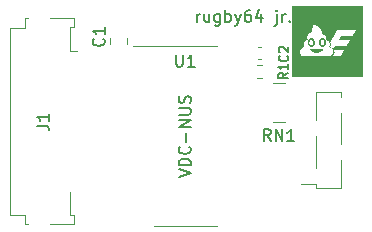
<source format=gbr>
%TF.GenerationSoftware,KiCad,Pcbnew,7.0.8*%
%TF.CreationDate,2024-06-02T10:45:53-04:00*%
%TF.ProjectId,rugby64 jr,72756762-7936-4342-906a-722e6b696361,rev?*%
%TF.SameCoordinates,Original*%
%TF.FileFunction,Legend,Top*%
%TF.FilePolarity,Positive*%
%FSLAX46Y46*%
G04 Gerber Fmt 4.6, Leading zero omitted, Abs format (unit mm)*
G04 Created by KiCad (PCBNEW 7.0.8) date 2024-06-02 10:45:53*
%MOMM*%
%LPD*%
G01*
G04 APERTURE LIST*
%ADD10C,0.150000*%
%ADD11C,0.120000*%
G04 APERTURE END LIST*
D10*
X27368619Y-28508077D02*
X28368619Y-28174744D01*
X28368619Y-28174744D02*
X27368619Y-27841411D01*
X28368619Y-27508077D02*
X27368619Y-27508077D01*
X27368619Y-27508077D02*
X27368619Y-27269982D01*
X27368619Y-27269982D02*
X27416238Y-27127125D01*
X27416238Y-27127125D02*
X27511476Y-27031887D01*
X27511476Y-27031887D02*
X27606714Y-26984268D01*
X27606714Y-26984268D02*
X27797190Y-26936649D01*
X27797190Y-26936649D02*
X27940047Y-26936649D01*
X27940047Y-26936649D02*
X28130523Y-26984268D01*
X28130523Y-26984268D02*
X28225761Y-27031887D01*
X28225761Y-27031887D02*
X28321000Y-27127125D01*
X28321000Y-27127125D02*
X28368619Y-27269982D01*
X28368619Y-27269982D02*
X28368619Y-27508077D01*
X28273380Y-25936649D02*
X28321000Y-25984268D01*
X28321000Y-25984268D02*
X28368619Y-26127125D01*
X28368619Y-26127125D02*
X28368619Y-26222363D01*
X28368619Y-26222363D02*
X28321000Y-26365220D01*
X28321000Y-26365220D02*
X28225761Y-26460458D01*
X28225761Y-26460458D02*
X28130523Y-26508077D01*
X28130523Y-26508077D02*
X27940047Y-26555696D01*
X27940047Y-26555696D02*
X27797190Y-26555696D01*
X27797190Y-26555696D02*
X27606714Y-26508077D01*
X27606714Y-26508077D02*
X27511476Y-26460458D01*
X27511476Y-26460458D02*
X27416238Y-26365220D01*
X27416238Y-26365220D02*
X27368619Y-26222363D01*
X27368619Y-26222363D02*
X27368619Y-26127125D01*
X27368619Y-26127125D02*
X27416238Y-25984268D01*
X27416238Y-25984268D02*
X27463857Y-25936649D01*
X27987666Y-25508077D02*
X27987666Y-24746173D01*
X28368619Y-24269982D02*
X27368619Y-24269982D01*
X27368619Y-24269982D02*
X28368619Y-23698554D01*
X28368619Y-23698554D02*
X27368619Y-23698554D01*
X27368619Y-23222363D02*
X28178142Y-23222363D01*
X28178142Y-23222363D02*
X28273380Y-23174744D01*
X28273380Y-23174744D02*
X28321000Y-23127125D01*
X28321000Y-23127125D02*
X28368619Y-23031887D01*
X28368619Y-23031887D02*
X28368619Y-22841411D01*
X28368619Y-22841411D02*
X28321000Y-22746173D01*
X28321000Y-22746173D02*
X28273380Y-22698554D01*
X28273380Y-22698554D02*
X28178142Y-22650935D01*
X28178142Y-22650935D02*
X27368619Y-22650935D01*
X28321000Y-22222363D02*
X28368619Y-22079506D01*
X28368619Y-22079506D02*
X28368619Y-21841411D01*
X28368619Y-21841411D02*
X28321000Y-21746173D01*
X28321000Y-21746173D02*
X28273380Y-21698554D01*
X28273380Y-21698554D02*
X28178142Y-21650935D01*
X28178142Y-21650935D02*
X28082904Y-21650935D01*
X28082904Y-21650935D02*
X27987666Y-21698554D01*
X27987666Y-21698554D02*
X27940047Y-21746173D01*
X27940047Y-21746173D02*
X27892428Y-21841411D01*
X27892428Y-21841411D02*
X27844809Y-22031887D01*
X27844809Y-22031887D02*
X27797190Y-22127125D01*
X27797190Y-22127125D02*
X27749571Y-22174744D01*
X27749571Y-22174744D02*
X27654333Y-22222363D01*
X27654333Y-22222363D02*
X27559095Y-22222363D01*
X27559095Y-22222363D02*
X27463857Y-22174744D01*
X27463857Y-22174744D02*
X27416238Y-22127125D01*
X27416238Y-22127125D02*
X27368619Y-22031887D01*
X27368619Y-22031887D02*
X27368619Y-21793792D01*
X27368619Y-21793792D02*
X27416238Y-21650935D01*
X28886379Y-15363819D02*
X28886379Y-14697152D01*
X28886379Y-14887628D02*
X28933998Y-14792390D01*
X28933998Y-14792390D02*
X28981617Y-14744771D01*
X28981617Y-14744771D02*
X29076855Y-14697152D01*
X29076855Y-14697152D02*
X29172093Y-14697152D01*
X29933998Y-14697152D02*
X29933998Y-15363819D01*
X29505427Y-14697152D02*
X29505427Y-15220961D01*
X29505427Y-15220961D02*
X29553046Y-15316200D01*
X29553046Y-15316200D02*
X29648284Y-15363819D01*
X29648284Y-15363819D02*
X29791141Y-15363819D01*
X29791141Y-15363819D02*
X29886379Y-15316200D01*
X29886379Y-15316200D02*
X29933998Y-15268580D01*
X30838760Y-14697152D02*
X30838760Y-15506676D01*
X30838760Y-15506676D02*
X30791141Y-15601914D01*
X30791141Y-15601914D02*
X30743522Y-15649533D01*
X30743522Y-15649533D02*
X30648284Y-15697152D01*
X30648284Y-15697152D02*
X30505427Y-15697152D01*
X30505427Y-15697152D02*
X30410189Y-15649533D01*
X30838760Y-15316200D02*
X30743522Y-15363819D01*
X30743522Y-15363819D02*
X30553046Y-15363819D01*
X30553046Y-15363819D02*
X30457808Y-15316200D01*
X30457808Y-15316200D02*
X30410189Y-15268580D01*
X30410189Y-15268580D02*
X30362570Y-15173342D01*
X30362570Y-15173342D02*
X30362570Y-14887628D01*
X30362570Y-14887628D02*
X30410189Y-14792390D01*
X30410189Y-14792390D02*
X30457808Y-14744771D01*
X30457808Y-14744771D02*
X30553046Y-14697152D01*
X30553046Y-14697152D02*
X30743522Y-14697152D01*
X30743522Y-14697152D02*
X30838760Y-14744771D01*
X31314951Y-15363819D02*
X31314951Y-14363819D01*
X31314951Y-14744771D02*
X31410189Y-14697152D01*
X31410189Y-14697152D02*
X31600665Y-14697152D01*
X31600665Y-14697152D02*
X31695903Y-14744771D01*
X31695903Y-14744771D02*
X31743522Y-14792390D01*
X31743522Y-14792390D02*
X31791141Y-14887628D01*
X31791141Y-14887628D02*
X31791141Y-15173342D01*
X31791141Y-15173342D02*
X31743522Y-15268580D01*
X31743522Y-15268580D02*
X31695903Y-15316200D01*
X31695903Y-15316200D02*
X31600665Y-15363819D01*
X31600665Y-15363819D02*
X31410189Y-15363819D01*
X31410189Y-15363819D02*
X31314951Y-15316200D01*
X32124475Y-14697152D02*
X32362570Y-15363819D01*
X32600665Y-14697152D02*
X32362570Y-15363819D01*
X32362570Y-15363819D02*
X32267332Y-15601914D01*
X32267332Y-15601914D02*
X32219713Y-15649533D01*
X32219713Y-15649533D02*
X32124475Y-15697152D01*
X33410189Y-14363819D02*
X33219713Y-14363819D01*
X33219713Y-14363819D02*
X33124475Y-14411438D01*
X33124475Y-14411438D02*
X33076856Y-14459057D01*
X33076856Y-14459057D02*
X32981618Y-14601914D01*
X32981618Y-14601914D02*
X32933999Y-14792390D01*
X32933999Y-14792390D02*
X32933999Y-15173342D01*
X32933999Y-15173342D02*
X32981618Y-15268580D01*
X32981618Y-15268580D02*
X33029237Y-15316200D01*
X33029237Y-15316200D02*
X33124475Y-15363819D01*
X33124475Y-15363819D02*
X33314951Y-15363819D01*
X33314951Y-15363819D02*
X33410189Y-15316200D01*
X33410189Y-15316200D02*
X33457808Y-15268580D01*
X33457808Y-15268580D02*
X33505427Y-15173342D01*
X33505427Y-15173342D02*
X33505427Y-14935247D01*
X33505427Y-14935247D02*
X33457808Y-14840009D01*
X33457808Y-14840009D02*
X33410189Y-14792390D01*
X33410189Y-14792390D02*
X33314951Y-14744771D01*
X33314951Y-14744771D02*
X33124475Y-14744771D01*
X33124475Y-14744771D02*
X33029237Y-14792390D01*
X33029237Y-14792390D02*
X32981618Y-14840009D01*
X32981618Y-14840009D02*
X32933999Y-14935247D01*
X34362570Y-14697152D02*
X34362570Y-15363819D01*
X34124475Y-14316200D02*
X33886380Y-15030485D01*
X33886380Y-15030485D02*
X34505427Y-15030485D01*
X35648285Y-14697152D02*
X35648285Y-15554295D01*
X35648285Y-15554295D02*
X35600666Y-15649533D01*
X35600666Y-15649533D02*
X35505428Y-15697152D01*
X35505428Y-15697152D02*
X35457809Y-15697152D01*
X35648285Y-14363819D02*
X35600666Y-14411438D01*
X35600666Y-14411438D02*
X35648285Y-14459057D01*
X35648285Y-14459057D02*
X35695904Y-14411438D01*
X35695904Y-14411438D02*
X35648285Y-14363819D01*
X35648285Y-14363819D02*
X35648285Y-14459057D01*
X36124475Y-15363819D02*
X36124475Y-14697152D01*
X36124475Y-14887628D02*
X36172094Y-14792390D01*
X36172094Y-14792390D02*
X36219713Y-14744771D01*
X36219713Y-14744771D02*
X36314951Y-14697152D01*
X36314951Y-14697152D02*
X36410189Y-14697152D01*
X36743523Y-15268580D02*
X36791142Y-15316200D01*
X36791142Y-15316200D02*
X36743523Y-15363819D01*
X36743523Y-15363819D02*
X36695904Y-15316200D01*
X36695904Y-15316200D02*
X36743523Y-15268580D01*
X36743523Y-15268580D02*
X36743523Y-15363819D01*
X35132786Y-25448019D02*
X34799453Y-24971828D01*
X34561358Y-25448019D02*
X34561358Y-24448019D01*
X34561358Y-24448019D02*
X34942310Y-24448019D01*
X34942310Y-24448019D02*
X35037548Y-24495638D01*
X35037548Y-24495638D02*
X35085167Y-24543257D01*
X35085167Y-24543257D02*
X35132786Y-24638495D01*
X35132786Y-24638495D02*
X35132786Y-24781352D01*
X35132786Y-24781352D02*
X35085167Y-24876590D01*
X35085167Y-24876590D02*
X35037548Y-24924209D01*
X35037548Y-24924209D02*
X34942310Y-24971828D01*
X34942310Y-24971828D02*
X34561358Y-24971828D01*
X35561358Y-25448019D02*
X35561358Y-24448019D01*
X35561358Y-24448019D02*
X36132786Y-25448019D01*
X36132786Y-25448019D02*
X36132786Y-24448019D01*
X37132786Y-25448019D02*
X36561358Y-25448019D01*
X36847072Y-25448019D02*
X36847072Y-24448019D01*
X36847072Y-24448019D02*
X36751834Y-24590876D01*
X36751834Y-24590876D02*
X36656596Y-24686114D01*
X36656596Y-24686114D02*
X36561358Y-24733733D01*
X20984380Y-16778266D02*
X21032000Y-16825885D01*
X21032000Y-16825885D02*
X21079619Y-16968742D01*
X21079619Y-16968742D02*
X21079619Y-17063980D01*
X21079619Y-17063980D02*
X21032000Y-17206837D01*
X21032000Y-17206837D02*
X20936761Y-17302075D01*
X20936761Y-17302075D02*
X20841523Y-17349694D01*
X20841523Y-17349694D02*
X20651047Y-17397313D01*
X20651047Y-17397313D02*
X20508190Y-17397313D01*
X20508190Y-17397313D02*
X20317714Y-17349694D01*
X20317714Y-17349694D02*
X20222476Y-17302075D01*
X20222476Y-17302075D02*
X20127238Y-17206837D01*
X20127238Y-17206837D02*
X20079619Y-17063980D01*
X20079619Y-17063980D02*
X20079619Y-16968742D01*
X20079619Y-16968742D02*
X20127238Y-16825885D01*
X20127238Y-16825885D02*
X20174857Y-16778266D01*
X21079619Y-15825885D02*
X21079619Y-16397313D01*
X21079619Y-16111599D02*
X20079619Y-16111599D01*
X20079619Y-16111599D02*
X20222476Y-16206837D01*
X20222476Y-16206837D02*
X20317714Y-16302075D01*
X20317714Y-16302075D02*
X20365333Y-16397313D01*
X27127295Y-18149219D02*
X27127295Y-18958742D01*
X27127295Y-18958742D02*
X27174914Y-19053980D01*
X27174914Y-19053980D02*
X27222533Y-19101600D01*
X27222533Y-19101600D02*
X27317771Y-19149219D01*
X27317771Y-19149219D02*
X27508247Y-19149219D01*
X27508247Y-19149219D02*
X27603485Y-19101600D01*
X27603485Y-19101600D02*
X27651104Y-19053980D01*
X27651104Y-19053980D02*
X27698723Y-18958742D01*
X27698723Y-18958742D02*
X27698723Y-18149219D01*
X28698723Y-19149219D02*
X28127295Y-19149219D01*
X28413009Y-19149219D02*
X28413009Y-18149219D01*
X28413009Y-18149219D02*
X28317771Y-18292076D01*
X28317771Y-18292076D02*
X28222533Y-18387314D01*
X28222533Y-18387314D02*
X28127295Y-18434933D01*
X15355219Y-24158533D02*
X16069504Y-24158533D01*
X16069504Y-24158533D02*
X16212361Y-24206152D01*
X16212361Y-24206152D02*
X16307600Y-24301390D01*
X16307600Y-24301390D02*
X16355219Y-24444247D01*
X16355219Y-24444247D02*
X16355219Y-24539485D01*
X16355219Y-23158533D02*
X16355219Y-23729961D01*
X16355219Y-23444247D02*
X15355219Y-23444247D01*
X15355219Y-23444247D02*
X15498076Y-23539485D01*
X15498076Y-23539485D02*
X15593314Y-23634723D01*
X15593314Y-23634723D02*
X15640933Y-23729961D01*
X36582695Y-19691332D02*
X36201742Y-19957999D01*
X36582695Y-20148475D02*
X35782695Y-20148475D01*
X35782695Y-20148475D02*
X35782695Y-19843713D01*
X35782695Y-19843713D02*
X35820790Y-19767523D01*
X35820790Y-19767523D02*
X35858885Y-19729428D01*
X35858885Y-19729428D02*
X35935076Y-19691332D01*
X35935076Y-19691332D02*
X36049361Y-19691332D01*
X36049361Y-19691332D02*
X36125552Y-19729428D01*
X36125552Y-19729428D02*
X36163647Y-19767523D01*
X36163647Y-19767523D02*
X36201742Y-19843713D01*
X36201742Y-19843713D02*
X36201742Y-20148475D01*
X36582695Y-18929428D02*
X36582695Y-19386571D01*
X36582695Y-19157999D02*
X35782695Y-19157999D01*
X35782695Y-19157999D02*
X35896980Y-19234190D01*
X35896980Y-19234190D02*
X35973171Y-19310380D01*
X35973171Y-19310380D02*
X36011266Y-19386571D01*
X36557304Y-18218132D02*
X36595400Y-18256228D01*
X36595400Y-18256228D02*
X36633495Y-18370513D01*
X36633495Y-18370513D02*
X36633495Y-18446704D01*
X36633495Y-18446704D02*
X36595400Y-18560990D01*
X36595400Y-18560990D02*
X36519209Y-18637180D01*
X36519209Y-18637180D02*
X36443019Y-18675275D01*
X36443019Y-18675275D02*
X36290638Y-18713371D01*
X36290638Y-18713371D02*
X36176352Y-18713371D01*
X36176352Y-18713371D02*
X36023971Y-18675275D01*
X36023971Y-18675275D02*
X35947780Y-18637180D01*
X35947780Y-18637180D02*
X35871590Y-18560990D01*
X35871590Y-18560990D02*
X35833495Y-18446704D01*
X35833495Y-18446704D02*
X35833495Y-18370513D01*
X35833495Y-18370513D02*
X35871590Y-18256228D01*
X35871590Y-18256228D02*
X35909685Y-18218132D01*
X35909685Y-17913371D02*
X35871590Y-17875275D01*
X35871590Y-17875275D02*
X35833495Y-17799085D01*
X35833495Y-17799085D02*
X35833495Y-17608609D01*
X35833495Y-17608609D02*
X35871590Y-17532418D01*
X35871590Y-17532418D02*
X35909685Y-17494323D01*
X35909685Y-17494323D02*
X35985876Y-17456228D01*
X35985876Y-17456228D02*
X36062066Y-17456228D01*
X36062066Y-17456228D02*
X36176352Y-17494323D01*
X36176352Y-17494323D02*
X36633495Y-17951466D01*
X36633495Y-17951466D02*
X36633495Y-17456228D01*
D11*
%TO.C,RN1*%
X35323263Y-23873200D02*
X36323263Y-23873200D01*
X35323263Y-20513200D02*
X36323263Y-20513200D01*
%TO.C,G\u002A\u002A\u002A*%
G36*
X41835967Y-16047746D02*
G01*
X41832633Y-16051080D01*
X41829299Y-16047746D01*
X41832633Y-16044411D01*
X41835967Y-16047746D01*
G37*
G36*
X38581816Y-17650274D02*
G01*
X38606208Y-17651761D01*
X38639334Y-17653904D01*
X38678911Y-17656554D01*
X38722655Y-17659563D01*
X38741822Y-17660904D01*
X38812309Y-17665064D01*
X38888855Y-17668170D01*
X38968569Y-17670204D01*
X39048562Y-17671144D01*
X39125946Y-17670971D01*
X39197831Y-17669665D01*
X39261328Y-17667204D01*
X39298969Y-17664805D01*
X39341530Y-17661973D01*
X39390858Y-17659421D01*
X39440383Y-17657454D01*
X39477816Y-17656470D01*
X39570309Y-17654834D01*
X39583713Y-17672592D01*
X39593228Y-17691406D01*
X39592466Y-17709268D01*
X39584197Y-17725258D01*
X39566957Y-17746733D01*
X39542820Y-17771703D01*
X39513860Y-17798175D01*
X39482148Y-17824159D01*
X39449758Y-17847662D01*
X39445340Y-17850607D01*
X39360876Y-17900473D01*
X39277565Y-17937620D01*
X39193907Y-17962401D01*
X39108399Y-17975167D01*
X39019541Y-17976270D01*
X38941798Y-17968526D01*
X38855811Y-17949687D01*
X38770187Y-17918790D01*
X38687277Y-17876968D01*
X38609432Y-17825349D01*
X38560700Y-17785327D01*
X38529688Y-17753619D01*
X38509551Y-17724449D01*
X38500238Y-17698759D01*
X38501692Y-17677493D01*
X38513862Y-17661591D01*
X38536692Y-17651997D01*
X38568443Y-17649592D01*
X38581816Y-17650274D01*
G37*
G36*
X39565239Y-16739151D02*
G01*
X39620046Y-16756770D01*
X39672479Y-16785352D01*
X39720998Y-16824442D01*
X39754151Y-16860705D01*
X39764342Y-16876801D01*
X39777108Y-16901775D01*
X39790789Y-16931856D01*
X39803725Y-16963277D01*
X39814256Y-16992269D01*
X39819019Y-17007998D01*
X39825411Y-17042570D01*
X39829082Y-17085181D01*
X39830040Y-17131403D01*
X39828292Y-17176808D01*
X39823846Y-17216969D01*
X39818618Y-17241433D01*
X39798347Y-17298786D01*
X39772802Y-17349670D01*
X39743638Y-17390823D01*
X39741654Y-17393086D01*
X39696846Y-17434678D01*
X39647103Y-17465103D01*
X39593958Y-17483928D01*
X39538947Y-17490720D01*
X39483606Y-17485047D01*
X39450137Y-17475205D01*
X39393088Y-17447417D01*
X39343911Y-17409203D01*
X39302189Y-17360176D01*
X39271364Y-17307883D01*
X39245505Y-17244017D01*
X39229499Y-17177771D01*
X39222971Y-17110731D01*
X39223798Y-17089429D01*
X39368137Y-17089429D01*
X39370597Y-17146132D01*
X39381015Y-17200653D01*
X39399144Y-17250601D01*
X39424736Y-17293585D01*
X39451531Y-17322311D01*
X39486347Y-17345186D01*
X39521829Y-17354746D01*
X39558043Y-17351001D01*
X39582489Y-17341187D01*
X39597823Y-17330466D01*
X39615271Y-17314439D01*
X39621022Y-17308232D01*
X39651838Y-17263443D01*
X39673413Y-17211234D01*
X39685542Y-17153993D01*
X39688018Y-17094109D01*
X39680636Y-17033972D01*
X39663191Y-16975971D01*
X39651786Y-16950773D01*
X39625359Y-16909469D01*
X39594659Y-16879617D01*
X39561126Y-16861340D01*
X39526199Y-16854762D01*
X39491316Y-16860006D01*
X39457917Y-16877195D01*
X39427441Y-16906453D01*
X39410978Y-16930148D01*
X39388080Y-16979045D01*
X39373882Y-17032936D01*
X39368137Y-17089429D01*
X39223798Y-17089429D01*
X39225543Y-17044485D01*
X39236841Y-16980619D01*
X39256489Y-16920721D01*
X39284109Y-16866377D01*
X39319325Y-16819174D01*
X39361763Y-16780701D01*
X39401995Y-16756631D01*
X39454672Y-16738626D01*
X39509600Y-16732951D01*
X39565239Y-16739151D01*
G37*
G36*
X38631068Y-16734001D02*
G01*
X38686626Y-16745517D01*
X38737502Y-16769093D01*
X38782981Y-16804055D01*
X38822350Y-16849732D01*
X38854896Y-16905449D01*
X38879129Y-16967987D01*
X38886366Y-17002029D01*
X38890702Y-17044962D01*
X38892131Y-17092658D01*
X38890652Y-17140990D01*
X38886258Y-17185831D01*
X38879396Y-17221375D01*
X38855488Y-17288440D01*
X38821311Y-17349525D01*
X38778142Y-17402854D01*
X38727259Y-17446651D01*
X38708574Y-17458966D01*
X38670198Y-17476126D01*
X38624786Y-17486567D01*
X38577085Y-17489816D01*
X38531841Y-17485399D01*
X38508084Y-17478955D01*
X38449549Y-17451250D01*
X38398874Y-17412868D01*
X38356332Y-17364103D01*
X38322195Y-17305245D01*
X38304112Y-17260170D01*
X38291178Y-17209377D01*
X38283739Y-17151995D01*
X38283235Y-17134460D01*
X38421717Y-17134460D01*
X38426331Y-17179970D01*
X38434252Y-17212328D01*
X38453720Y-17261054D01*
X38475059Y-17298166D01*
X38499545Y-17325375D01*
X38528455Y-17344392D01*
X38535101Y-17347458D01*
X38559390Y-17355764D01*
X38581585Y-17356994D01*
X38608534Y-17351509D01*
X38609118Y-17351347D01*
X38638658Y-17336733D01*
X38666717Y-17310841D01*
X38691986Y-17275732D01*
X38713153Y-17233463D01*
X38728909Y-17186093D01*
X38735823Y-17152285D01*
X38739868Y-17099263D01*
X38736212Y-17047986D01*
X38725706Y-16999850D01*
X38709200Y-16956248D01*
X38687544Y-16918576D01*
X38661588Y-16888228D01*
X38632184Y-16866599D01*
X38600182Y-16855083D01*
X38566431Y-16855075D01*
X38556088Y-16857527D01*
X38519925Y-16874969D01*
X38487652Y-16904473D01*
X38460042Y-16945134D01*
X38437864Y-16996049D01*
X38437750Y-16996378D01*
X38427504Y-17037880D01*
X38422134Y-17085502D01*
X38421717Y-17134460D01*
X38283235Y-17134460D01*
X38282047Y-17093120D01*
X38286349Y-17037848D01*
X38291798Y-17009003D01*
X38313912Y-16940835D01*
X38344645Y-16881053D01*
X38383122Y-16830364D01*
X38428470Y-16789477D01*
X38479814Y-16759100D01*
X38536280Y-16739942D01*
X38596994Y-16732712D01*
X38631068Y-16734001D01*
G37*
G36*
X42929588Y-17021334D02*
G01*
X42929588Y-20012119D01*
X39928800Y-20012119D01*
X36928013Y-20012119D01*
X36928013Y-17917740D01*
X37626558Y-17917740D01*
X37628180Y-17960158D01*
X37632324Y-17998698D01*
X37638992Y-18029962D01*
X37645302Y-18045965D01*
X37652362Y-18063325D01*
X37654870Y-18076824D01*
X37659673Y-18092039D01*
X37664873Y-18098284D01*
X37673365Y-18110015D01*
X37674875Y-18116479D01*
X37679260Y-18128217D01*
X37690713Y-18145890D01*
X37706685Y-18166195D01*
X37724624Y-18185828D01*
X37738048Y-18198303D01*
X37754110Y-18212207D01*
X37767327Y-18224291D01*
X37768566Y-18225493D01*
X37781527Y-18236107D01*
X37788748Y-18240455D01*
X37803254Y-18247867D01*
X37808244Y-18250638D01*
X37849765Y-18268518D01*
X37901207Y-18280933D01*
X37960181Y-18287561D01*
X38024304Y-18288082D01*
X38064978Y-18285258D01*
X38100566Y-18282253D01*
X38137897Y-18279924D01*
X38170657Y-18278640D01*
X38180446Y-18278503D01*
X38206700Y-18277373D01*
X38229297Y-18274567D01*
X38243490Y-18270684D01*
X38243796Y-18270525D01*
X38249168Y-18268417D01*
X38257779Y-18266441D01*
X38270675Y-18264523D01*
X38288904Y-18262590D01*
X38313513Y-18260568D01*
X38345549Y-18258384D01*
X38386060Y-18255964D01*
X38436092Y-18253234D01*
X38496693Y-18250121D01*
X38568910Y-18246551D01*
X38620967Y-18244029D01*
X38672526Y-18241630D01*
X38712526Y-18240031D01*
X38742721Y-18239258D01*
X38764866Y-18239337D01*
X38780717Y-18240293D01*
X38792028Y-18242152D01*
X38800554Y-18244940D01*
X38804348Y-18246703D01*
X38821570Y-18252548D01*
X38846676Y-18257762D01*
X38874159Y-18261208D01*
X38899766Y-18263948D01*
X38921068Y-18267398D01*
X38933715Y-18270843D01*
X38934175Y-18271071D01*
X38943631Y-18272846D01*
X38964510Y-18274793D01*
X38994900Y-18276798D01*
X39032889Y-18278750D01*
X39076567Y-18280535D01*
X39117107Y-18281848D01*
X39164852Y-18283384D01*
X39209201Y-18285132D01*
X39248091Y-18286988D01*
X39279459Y-18288843D01*
X39301243Y-18290591D01*
X39310491Y-18291866D01*
X39325177Y-18293664D01*
X39351422Y-18295109D01*
X39387449Y-18296201D01*
X39431485Y-18296942D01*
X39481755Y-18297334D01*
X39536486Y-18297379D01*
X39593901Y-18297077D01*
X39652228Y-18296431D01*
X39709691Y-18295443D01*
X39764516Y-18294113D01*
X39814929Y-18292444D01*
X39840090Y-18291384D01*
X39897042Y-18288334D01*
X40348910Y-18288334D01*
X40352245Y-18291668D01*
X40355579Y-18288334D01*
X40362247Y-18288334D01*
X40365581Y-18291668D01*
X40367175Y-18290074D01*
X40378476Y-18290074D01*
X40385031Y-18291141D01*
X40393680Y-18289915D01*
X40393752Y-18288334D01*
X40415595Y-18288334D01*
X40418929Y-18291668D01*
X40422263Y-18288334D01*
X40428931Y-18288334D01*
X40432266Y-18291668D01*
X40435600Y-18288334D01*
X40455605Y-18288334D01*
X40458939Y-18291668D01*
X40462273Y-18288334D01*
X40468942Y-18288334D01*
X40472276Y-18291668D01*
X40475610Y-18288334D01*
X40482279Y-18288334D01*
X40485613Y-18291668D01*
X40487207Y-18290074D01*
X40511845Y-18290074D01*
X40518399Y-18291141D01*
X40527048Y-18289915D01*
X40527120Y-18288334D01*
X40535626Y-18288334D01*
X40538960Y-18291668D01*
X40540554Y-18290074D01*
X40551855Y-18290074D01*
X40558410Y-18291141D01*
X40567059Y-18289915D01*
X40567131Y-18288334D01*
X40575637Y-18288334D01*
X40578971Y-18291668D01*
X40582305Y-18288334D01*
X40588973Y-18288334D01*
X40592308Y-18291668D01*
X40595642Y-18288334D01*
X40602310Y-18288334D01*
X40605644Y-18291668D01*
X40608979Y-18288334D01*
X40605644Y-18284999D01*
X40615647Y-18284999D01*
X40618087Y-18290488D01*
X40620093Y-18289445D01*
X40620205Y-18288334D01*
X40642321Y-18288334D01*
X40645655Y-18291668D01*
X40648989Y-18288334D01*
X40655658Y-18288334D01*
X40658992Y-18291668D01*
X40662326Y-18288334D01*
X40668994Y-18288334D01*
X40672329Y-18291668D01*
X40675663Y-18288334D01*
X40682331Y-18288334D01*
X40685665Y-18291668D01*
X40689000Y-18288334D01*
X40709005Y-18288334D01*
X40712339Y-18291668D01*
X40715673Y-18288334D01*
X40722342Y-18288334D01*
X40725676Y-18291668D01*
X40729010Y-18288334D01*
X40735679Y-18288334D01*
X40739013Y-18291668D01*
X40742347Y-18288334D01*
X40749015Y-18288334D01*
X40752350Y-18291668D01*
X40755684Y-18288334D01*
X40762352Y-18288334D01*
X40765686Y-18291668D01*
X40769021Y-18288334D01*
X40775689Y-18288334D01*
X40779023Y-18291668D01*
X40782357Y-18288334D01*
X40802363Y-18288334D01*
X40805697Y-18291668D01*
X40809031Y-18288334D01*
X40815700Y-18288334D01*
X40819034Y-18291668D01*
X40820628Y-18290074D01*
X40831929Y-18290074D01*
X40838483Y-18291141D01*
X40847132Y-18289915D01*
X40847204Y-18288334D01*
X40855710Y-18288334D01*
X40859044Y-18291668D01*
X40860638Y-18290074D01*
X40885276Y-18290074D01*
X40891831Y-18291141D01*
X40899358Y-18290074D01*
X40911950Y-18290074D01*
X40918504Y-18291141D01*
X40927153Y-18289915D01*
X40927225Y-18288334D01*
X40935731Y-18288334D01*
X40939065Y-18291668D01*
X40942399Y-18288334D01*
X40949068Y-18288334D01*
X40952402Y-18291668D01*
X40955736Y-18288334D01*
X40954624Y-18287222D01*
X40964628Y-18287222D01*
X40965543Y-18291187D01*
X40969073Y-18291668D01*
X40974562Y-18289228D01*
X40973519Y-18287222D01*
X40965605Y-18286424D01*
X40964628Y-18287222D01*
X40954624Y-18287222D01*
X40952402Y-18284999D01*
X40949068Y-18288334D01*
X40942399Y-18288334D01*
X40939065Y-18284999D01*
X40935731Y-18288334D01*
X40927225Y-18288334D01*
X40927257Y-18287639D01*
X40918332Y-18286047D01*
X40914475Y-18287113D01*
X40911950Y-18290074D01*
X40899358Y-18290074D01*
X40900480Y-18289915D01*
X40900583Y-18287639D01*
X40891658Y-18286047D01*
X40887802Y-18287113D01*
X40885276Y-18290074D01*
X40860638Y-18290074D01*
X40862378Y-18288334D01*
X40859044Y-18284999D01*
X40855710Y-18288334D01*
X40847204Y-18288334D01*
X40847236Y-18287639D01*
X40838311Y-18286047D01*
X40834454Y-18287113D01*
X40831929Y-18290074D01*
X40820628Y-18290074D01*
X40822368Y-18288334D01*
X40819034Y-18284999D01*
X40815700Y-18288334D01*
X40809031Y-18288334D01*
X40805697Y-18284999D01*
X40802363Y-18288334D01*
X40782357Y-18288334D01*
X40779023Y-18284999D01*
X40775689Y-18288334D01*
X40769021Y-18288334D01*
X40765686Y-18284999D01*
X40762352Y-18288334D01*
X40755684Y-18288334D01*
X40752350Y-18284999D01*
X40749015Y-18288334D01*
X40742347Y-18288334D01*
X40739013Y-18284999D01*
X40735679Y-18288334D01*
X40729010Y-18288334D01*
X40725676Y-18284999D01*
X40722342Y-18288334D01*
X40715673Y-18288334D01*
X40712339Y-18284999D01*
X40709005Y-18288334D01*
X40689000Y-18288334D01*
X40685665Y-18284999D01*
X40682331Y-18288334D01*
X40675663Y-18288334D01*
X40672329Y-18284999D01*
X40668994Y-18288334D01*
X40662326Y-18288334D01*
X40658992Y-18284999D01*
X40655658Y-18288334D01*
X40648989Y-18288334D01*
X40645655Y-18284999D01*
X40642321Y-18288334D01*
X40620205Y-18288334D01*
X40620891Y-18281531D01*
X40620093Y-18280554D01*
X40616128Y-18281469D01*
X40615647Y-18284999D01*
X40605644Y-18284999D01*
X40602310Y-18288334D01*
X40595642Y-18288334D01*
X40592308Y-18284999D01*
X40588973Y-18288334D01*
X40582305Y-18288334D01*
X40578971Y-18284999D01*
X40575637Y-18288334D01*
X40567131Y-18288334D01*
X40567162Y-18287639D01*
X40558237Y-18286047D01*
X40554381Y-18287113D01*
X40551855Y-18290074D01*
X40540554Y-18290074D01*
X40542294Y-18288334D01*
X40538960Y-18284999D01*
X40535626Y-18288334D01*
X40527120Y-18288334D01*
X40527152Y-18287639D01*
X40518227Y-18286047D01*
X40514370Y-18287113D01*
X40511845Y-18290074D01*
X40487207Y-18290074D01*
X40488947Y-18288334D01*
X40485613Y-18284999D01*
X40482279Y-18288334D01*
X40475610Y-18288334D01*
X40472276Y-18284999D01*
X40468942Y-18288334D01*
X40462273Y-18288334D01*
X40458939Y-18284999D01*
X40455605Y-18288334D01*
X40435600Y-18288334D01*
X40432266Y-18284999D01*
X40428931Y-18288334D01*
X40422263Y-18288334D01*
X40418929Y-18284999D01*
X40415595Y-18288334D01*
X40393752Y-18288334D01*
X40393783Y-18287639D01*
X40384858Y-18286047D01*
X40381002Y-18287113D01*
X40378476Y-18290074D01*
X40367175Y-18290074D01*
X40368916Y-18288334D01*
X40365581Y-18284999D01*
X40362247Y-18288334D01*
X40355579Y-18288334D01*
X40352245Y-18284999D01*
X40348910Y-18288334D01*
X39897042Y-18288334D01*
X39920869Y-18287058D01*
X39989399Y-18282023D01*
X40006744Y-18280243D01*
X40983485Y-18280243D01*
X40985107Y-18283969D01*
X40991822Y-18291128D01*
X40995682Y-18289659D01*
X40995747Y-18288727D01*
X40995417Y-18288334D01*
X41009084Y-18288334D01*
X41012418Y-18291668D01*
X41015752Y-18288334D01*
X41012418Y-18284999D01*
X41009084Y-18288334D01*
X40995417Y-18288334D01*
X40991010Y-18283087D01*
X40988048Y-18281029D01*
X40983485Y-18280243D01*
X40006744Y-18280243D01*
X40046756Y-18276137D01*
X40094017Y-18269259D01*
X40109134Y-18266092D01*
X40372584Y-18266092D01*
X40372681Y-18266537D01*
X40379719Y-18267112D01*
X40398836Y-18267670D01*
X40428773Y-18268199D01*
X40468273Y-18268685D01*
X40516076Y-18269117D01*
X40570924Y-18269481D01*
X40631561Y-18269765D01*
X40696726Y-18269957D01*
X40719019Y-18269998D01*
X40803431Y-18270029D01*
X40875002Y-18269831D01*
X40934226Y-18269396D01*
X40981596Y-18268713D01*
X40996346Y-18268328D01*
X41075768Y-18268328D01*
X41079102Y-18271663D01*
X41082436Y-18268328D01*
X41079102Y-18264994D01*
X41075768Y-18268328D01*
X40996346Y-18268328D01*
X41017608Y-18267773D01*
X41042755Y-18266566D01*
X41057531Y-18265083D01*
X41062430Y-18263313D01*
X41062431Y-18263287D01*
X41066476Y-18252753D01*
X41067274Y-18251657D01*
X41089105Y-18251657D01*
X41091545Y-18257146D01*
X41093550Y-18256103D01*
X41094348Y-18248189D01*
X41093550Y-18247212D01*
X41089586Y-18248127D01*
X41089105Y-18251657D01*
X41067274Y-18251657D01*
X41071749Y-18245514D01*
X41079516Y-18234986D01*
X41095773Y-18234986D01*
X41099107Y-18238321D01*
X41102441Y-18234986D01*
X41099107Y-18231652D01*
X41095773Y-18234986D01*
X41079516Y-18234986D01*
X41081890Y-18231768D01*
X41094756Y-18211458D01*
X41107462Y-18189482D01*
X41113445Y-18177871D01*
X41130750Y-18177871D01*
X41131662Y-18178305D01*
X41137748Y-18173610D01*
X41139118Y-18171636D01*
X41140817Y-18165402D01*
X41139905Y-18164968D01*
X41133819Y-18169662D01*
X41132449Y-18171636D01*
X41130750Y-18177871D01*
X41113445Y-18177871D01*
X41117121Y-18170738D01*
X41120183Y-18163301D01*
X41126149Y-18153450D01*
X41129893Y-18151631D01*
X41135122Y-18146219D01*
X41135784Y-18141629D01*
X41149120Y-18141629D01*
X41152455Y-18144963D01*
X41155789Y-18141629D01*
X41152455Y-18138294D01*
X41149120Y-18141629D01*
X41135784Y-18141629D01*
X41138971Y-18132748D01*
X41141674Y-18131626D01*
X41147818Y-18125965D01*
X41149855Y-18121623D01*
X41162457Y-18121623D01*
X41165791Y-18124957D01*
X41169126Y-18121623D01*
X41165791Y-18118289D01*
X41162457Y-18121623D01*
X41149855Y-18121623D01*
X41154131Y-18112509D01*
X41158200Y-18096547D01*
X41158398Y-18094950D01*
X41162489Y-18088281D01*
X41182462Y-18088281D01*
X41185797Y-18091615D01*
X41189131Y-18088281D01*
X41185797Y-18084947D01*
X41182462Y-18088281D01*
X41162489Y-18088281D01*
X41164041Y-18085750D01*
X41167828Y-18082742D01*
X41175798Y-18073538D01*
X41189131Y-18073538D01*
X41190442Y-18078237D01*
X41191018Y-18077723D01*
X41195998Y-18070775D01*
X41202688Y-18061608D01*
X41208960Y-18052539D01*
X41206638Y-18052970D01*
X41200801Y-18057423D01*
X41191438Y-18067584D01*
X41189131Y-18073538D01*
X41175798Y-18073538D01*
X41176324Y-18072930D01*
X41184012Y-18058117D01*
X41187162Y-18045620D01*
X41187105Y-18044936D01*
X41187359Y-18044502D01*
X41210771Y-18044502D01*
X41211683Y-18044936D01*
X41217769Y-18040242D01*
X41219139Y-18038268D01*
X41220838Y-18032034D01*
X41219926Y-18031600D01*
X41213840Y-18036294D01*
X41212470Y-18038268D01*
X41210771Y-18044502D01*
X41187359Y-18044502D01*
X41190927Y-18038404D01*
X41200965Y-18026265D01*
X41204575Y-18022290D01*
X41210154Y-18015236D01*
X41224849Y-18015236D01*
X41225338Y-18018263D01*
X41230694Y-18013151D01*
X41235810Y-18004926D01*
X41240102Y-17994616D01*
X41239613Y-17991589D01*
X41234258Y-17996701D01*
X41229141Y-18004926D01*
X41224849Y-18015236D01*
X41210154Y-18015236D01*
X41216110Y-18007705D01*
X41222193Y-17995841D01*
X41222473Y-17993950D01*
X41225957Y-17985713D01*
X41228364Y-17984921D01*
X41235065Y-17979479D01*
X41237955Y-17973251D01*
X41243663Y-17960280D01*
X41246554Y-17954913D01*
X41262483Y-17954913D01*
X41265818Y-17958247D01*
X41269152Y-17954913D01*
X41265818Y-17951579D01*
X41262483Y-17954913D01*
X41246554Y-17954913D01*
X41252991Y-17942965D01*
X41253836Y-17941576D01*
X41269152Y-17941576D01*
X41272486Y-17944910D01*
X41275820Y-17941576D01*
X41272486Y-17938242D01*
X41269152Y-17941576D01*
X41253836Y-17941576D01*
X41262733Y-17926942D01*
X41269253Y-17918237D01*
X41273358Y-17911568D01*
X41289157Y-17911568D01*
X41291597Y-17917057D01*
X41293603Y-17916014D01*
X41294401Y-17908100D01*
X41293603Y-17907123D01*
X41289638Y-17908038D01*
X41289157Y-17911568D01*
X41273358Y-17911568D01*
X41273911Y-17910669D01*
X41281761Y-17895340D01*
X41281973Y-17894897D01*
X41295826Y-17894897D01*
X41299160Y-17898231D01*
X41302494Y-17894897D01*
X41299160Y-17891563D01*
X41295826Y-17894897D01*
X41281973Y-17894897D01*
X41285924Y-17886638D01*
X41287557Y-17883534D01*
X41304137Y-17883534D01*
X41306277Y-17883022D01*
X41313022Y-17876718D01*
X41320970Y-17866962D01*
X41321850Y-17862017D01*
X41316574Y-17864505D01*
X41309832Y-17873528D01*
X41304137Y-17883534D01*
X41287557Y-17883534D01*
X41294714Y-17869928D01*
X41301931Y-17859744D01*
X41304161Y-17858297D01*
X41308972Y-17853037D01*
X41309162Y-17851087D01*
X41312136Y-17843368D01*
X41325243Y-17843368D01*
X41326118Y-17845345D01*
X41331592Y-17851168D01*
X41333574Y-17844307D01*
X41333613Y-17841843D01*
X41330671Y-17835155D01*
X41327947Y-17835635D01*
X41325243Y-17843368D01*
X41312136Y-17843368D01*
X41312698Y-17841910D01*
X41321755Y-17826160D01*
X41329168Y-17814876D01*
X41333429Y-17808208D01*
X41349173Y-17808208D01*
X41352507Y-17811542D01*
X41355841Y-17808208D01*
X41352507Y-17804873D01*
X41349173Y-17808208D01*
X41333429Y-17808208D01*
X41340490Y-17797159D01*
X41347741Y-17783390D01*
X41349173Y-17778665D01*
X41353430Y-17771812D01*
X41355064Y-17771531D01*
X41355548Y-17771097D01*
X41370813Y-17771097D01*
X41371725Y-17771531D01*
X41377811Y-17766837D01*
X41379181Y-17764863D01*
X41380880Y-17758629D01*
X41379968Y-17758195D01*
X41373882Y-17762889D01*
X41372512Y-17764863D01*
X41370813Y-17771097D01*
X41355548Y-17771097D01*
X41361264Y-17765975D01*
X41364501Y-17757970D01*
X41365369Y-17750069D01*
X41360621Y-17746195D01*
X41347315Y-17745151D01*
X41333603Y-17745397D01*
X41314793Y-17745712D01*
X41285948Y-17745920D01*
X41250369Y-17746011D01*
X41211356Y-17745971D01*
X41192465Y-17745903D01*
X41156836Y-17745764D01*
X41110890Y-17745619D01*
X41057647Y-17745475D01*
X41000127Y-17745340D01*
X40941350Y-17745222D01*
X40885718Y-17745130D01*
X40835210Y-17745046D01*
X40788942Y-17744950D01*
X40753272Y-17744858D01*
X41382515Y-17744858D01*
X41384790Y-17751353D01*
X41385456Y-17751526D01*
X41391149Y-17746853D01*
X41392518Y-17744858D01*
X41391989Y-17738713D01*
X41389577Y-17738189D01*
X41382786Y-17743030D01*
X41382515Y-17744858D01*
X40753272Y-17744858D01*
X40748619Y-17744846D01*
X40715944Y-17744740D01*
X40692620Y-17744636D01*
X40680349Y-17744540D01*
X40678997Y-17744510D01*
X40670029Y-17744514D01*
X40650630Y-17744771D01*
X40623702Y-17745237D01*
X40593765Y-17745832D01*
X40558014Y-17746997D01*
X40534332Y-17748822D01*
X40521460Y-17751466D01*
X40518140Y-17755088D01*
X40518236Y-17755391D01*
X40537440Y-17816304D01*
X40549766Y-17879316D01*
X40554761Y-17940673D01*
X40551971Y-17996619D01*
X40549352Y-18012805D01*
X40530279Y-18076253D01*
X40498663Y-18135546D01*
X40454756Y-18190288D01*
X40408976Y-18232135D01*
X40390646Y-18247487D01*
X40377736Y-18259545D01*
X40372584Y-18266092D01*
X40109134Y-18266092D01*
X40132257Y-18261248D01*
X40162553Y-18251961D01*
X40173205Y-18247630D01*
X40189371Y-18241281D01*
X40200464Y-18238344D01*
X40201005Y-18238321D01*
X40212701Y-18234872D01*
X40234833Y-18224797D01*
X40262221Y-18210774D01*
X40273857Y-18204736D01*
X40292085Y-18195395D01*
X40302231Y-18190226D01*
X40325473Y-18175193D01*
X40352674Y-18152765D01*
X40380546Y-18126193D01*
X40405805Y-18098725D01*
X40425162Y-18073613D01*
X40432292Y-18061608D01*
X40441293Y-18044701D01*
X40448309Y-18033489D01*
X40449998Y-18031581D01*
X40452914Y-18023863D01*
X40456849Y-18006232D01*
X40461100Y-17981997D01*
X40462491Y-17972848D01*
X40465827Y-17934779D01*
X40465783Y-17893390D01*
X40462695Y-17852496D01*
X40456898Y-17815910D01*
X40448729Y-17787446D01*
X40445566Y-17780480D01*
X40438586Y-17764840D01*
X40435641Y-17753764D01*
X40435641Y-17753734D01*
X40432267Y-17741978D01*
X40427151Y-17731087D01*
X41197434Y-17731087D01*
X41198346Y-17731521D01*
X41204432Y-17726826D01*
X41205802Y-17724852D01*
X41207013Y-17720407D01*
X41351396Y-17720407D01*
X41352311Y-17724371D01*
X41355841Y-17724852D01*
X41361330Y-17722413D01*
X41360865Y-17721518D01*
X41369178Y-17721518D01*
X41372512Y-17724852D01*
X41375847Y-17721518D01*
X41372512Y-17718184D01*
X41369178Y-17721518D01*
X41360865Y-17721518D01*
X41360287Y-17720407D01*
X41352373Y-17719609D01*
X41351396Y-17720407D01*
X41207013Y-17720407D01*
X41207501Y-17718618D01*
X41206589Y-17718184D01*
X41200504Y-17722878D01*
X41199134Y-17724852D01*
X41197434Y-17731087D01*
X40427151Y-17731087D01*
X40424036Y-17724457D01*
X40422350Y-17721518D01*
X40555631Y-17721518D01*
X40558966Y-17724852D01*
X40562300Y-17721518D01*
X41175794Y-17721518D01*
X41179128Y-17724852D01*
X41182462Y-17721518D01*
X41179128Y-17718184D01*
X41175794Y-17721518D01*
X40562300Y-17721518D01*
X40558966Y-17718184D01*
X40555631Y-17721518D01*
X40422350Y-17721518D01*
X40413667Y-17706381D01*
X40403925Y-17693005D01*
X40396817Y-17682835D01*
X40395589Y-17678888D01*
X40391178Y-17672031D01*
X40379671Y-17658687D01*
X40363658Y-17641540D01*
X40345730Y-17623271D01*
X40328476Y-17606563D01*
X40314487Y-17594096D01*
X40311181Y-17591484D01*
X40267814Y-17563440D01*
X40220815Y-17542465D01*
X40166782Y-17527259D01*
X40122184Y-17519236D01*
X40103607Y-17515687D01*
X40094448Y-17510181D01*
X40090845Y-17499522D01*
X40090052Y-17492653D01*
X40091750Y-17471623D01*
X40098387Y-17454544D01*
X40106231Y-17438562D01*
X40108888Y-17426675D01*
X40112047Y-17412741D01*
X40119626Y-17395436D01*
X40119993Y-17394766D01*
X40124990Y-17378495D01*
X40128728Y-17352026D01*
X40131202Y-17318357D01*
X40132410Y-17280491D01*
X40132347Y-17241425D01*
X40131010Y-17204161D01*
X40128394Y-17171698D01*
X40124497Y-17147037D01*
X40120318Y-17134698D01*
X40112329Y-17116364D01*
X40108891Y-17099954D01*
X40108888Y-17099688D01*
X40106588Y-17087973D01*
X40102831Y-17084684D01*
X40099966Y-17082158D01*
X40189789Y-17082158D01*
X40189811Y-17093772D01*
X40194103Y-17111582D01*
X40201336Y-17133816D01*
X40213775Y-17183909D01*
X40220520Y-17242788D01*
X40221441Y-17307113D01*
X40216405Y-17373550D01*
X40211972Y-17404388D01*
X40207400Y-17434503D01*
X40204329Y-17460239D01*
X40203083Y-17478460D01*
X40203595Y-17485462D01*
X40211072Y-17492094D01*
X40227918Y-17501710D01*
X40251015Y-17512605D01*
X40260645Y-17516670D01*
X40332327Y-17551603D01*
X40392657Y-17593193D01*
X40425657Y-17623606D01*
X40442734Y-17640551D01*
X40456531Y-17652868D01*
X40464270Y-17658094D01*
X40464565Y-17658132D01*
X40470572Y-17652618D01*
X40473678Y-17644831D01*
X40478956Y-17634021D01*
X40483056Y-17631495D01*
X40487558Y-17627438D01*
X40487366Y-17626493D01*
X40489062Y-17621492D01*
X40508952Y-17621492D01*
X40512287Y-17624826D01*
X40515621Y-17621492D01*
X40512287Y-17618158D01*
X40508952Y-17621492D01*
X40489062Y-17621492D01*
X40490005Y-17618711D01*
X40496009Y-17608155D01*
X40515621Y-17608155D01*
X40518955Y-17611489D01*
X40522289Y-17608155D01*
X40518955Y-17604821D01*
X40515621Y-17608155D01*
X40496009Y-17608155D01*
X40498472Y-17603824D01*
X40507371Y-17590283D01*
X40519200Y-17572007D01*
X40524948Y-17561476D01*
X40542294Y-17561476D01*
X40545629Y-17564810D01*
X40548963Y-17561476D01*
X40545629Y-17558142D01*
X40542294Y-17561476D01*
X40524948Y-17561476D01*
X40527041Y-17557642D01*
X40528958Y-17551939D01*
X40531319Y-17548139D01*
X40548963Y-17548139D01*
X40552297Y-17551474D01*
X40555631Y-17548139D01*
X40552297Y-17544805D01*
X40548963Y-17548139D01*
X40531319Y-17548139D01*
X40533215Y-17545086D01*
X40534848Y-17544805D01*
X40540761Y-17539289D01*
X40544639Y-17531034D01*
X40557266Y-17531034D01*
X40558178Y-17531468D01*
X40564264Y-17526774D01*
X40565634Y-17524800D01*
X40567333Y-17518566D01*
X40566421Y-17518132D01*
X40560336Y-17522826D01*
X40558966Y-17524800D01*
X40557266Y-17531034D01*
X40544639Y-17531034D01*
X40546599Y-17526863D01*
X40549742Y-17513706D01*
X40549684Y-17509796D01*
X40553897Y-17504878D01*
X40554977Y-17504795D01*
X40560546Y-17499239D01*
X40570014Y-17484478D01*
X40581596Y-17463372D01*
X40584985Y-17456695D01*
X40595989Y-17435260D01*
X40596257Y-17434776D01*
X40615647Y-17434776D01*
X40618981Y-17438111D01*
X40622315Y-17434776D01*
X40618981Y-17431442D01*
X40615647Y-17434776D01*
X40596257Y-17434776D01*
X40604260Y-17420328D01*
X40631207Y-17420328D01*
X40632122Y-17424292D01*
X40635652Y-17424774D01*
X40641141Y-17422334D01*
X40640098Y-17420328D01*
X40651212Y-17420328D01*
X40652127Y-17424292D01*
X40655658Y-17424774D01*
X40661146Y-17422334D01*
X40660103Y-17420328D01*
X40764575Y-17420328D01*
X40765490Y-17424292D01*
X40769021Y-17424774D01*
X40774510Y-17422334D01*
X40774044Y-17421439D01*
X40895721Y-17421439D01*
X40899055Y-17424774D01*
X40902389Y-17421439D01*
X40969073Y-17421439D01*
X40972407Y-17424774D01*
X40975742Y-17421439D01*
X41002415Y-17421439D01*
X41005749Y-17424774D01*
X41009084Y-17421439D01*
X41029089Y-17421439D01*
X41032423Y-17424774D01*
X41035757Y-17421439D01*
X41042426Y-17421439D01*
X41045760Y-17424774D01*
X41049094Y-17421439D01*
X41182462Y-17421439D01*
X41185797Y-17424774D01*
X41189131Y-17421439D01*
X41209136Y-17421439D01*
X41212470Y-17424774D01*
X41215805Y-17421439D01*
X41502546Y-17421439D01*
X41505881Y-17424774D01*
X41509215Y-17421439D01*
X41542557Y-17421439D01*
X41545891Y-17424774D01*
X41549225Y-17421439D01*
X41548114Y-17420328D01*
X41564785Y-17420328D01*
X41565700Y-17424292D01*
X41569231Y-17424774D01*
X41574720Y-17422334D01*
X41573676Y-17420328D01*
X41565762Y-17419530D01*
X41564785Y-17420328D01*
X41548114Y-17420328D01*
X41545891Y-17418105D01*
X41542557Y-17421439D01*
X41509215Y-17421439D01*
X41505881Y-17418105D01*
X41502546Y-17421439D01*
X41215805Y-17421439D01*
X41212470Y-17418105D01*
X41209136Y-17421439D01*
X41189131Y-17421439D01*
X41185797Y-17418105D01*
X41182462Y-17421439D01*
X41049094Y-17421439D01*
X41045760Y-17418105D01*
X41042426Y-17421439D01*
X41035757Y-17421439D01*
X41032423Y-17418105D01*
X41029089Y-17421439D01*
X41009084Y-17421439D01*
X41005749Y-17418105D01*
X41002415Y-17421439D01*
X40975742Y-17421439D01*
X40972407Y-17418105D01*
X40969073Y-17421439D01*
X40902389Y-17421439D01*
X40899055Y-17418105D01*
X40895721Y-17421439D01*
X40774044Y-17421439D01*
X40773466Y-17420328D01*
X40765552Y-17419530D01*
X40764575Y-17420328D01*
X40660103Y-17420328D01*
X40652189Y-17419530D01*
X40651212Y-17420328D01*
X40640098Y-17420328D01*
X40632184Y-17419530D01*
X40631207Y-17420328D01*
X40604260Y-17420328D01*
X40604336Y-17420190D01*
X40608664Y-17413898D01*
X40608979Y-17414167D01*
X40613048Y-17415290D01*
X40618849Y-17411547D01*
X40623848Y-17409882D01*
X40635050Y-17408439D01*
X40639995Y-17408103D01*
X41582568Y-17408103D01*
X41585902Y-17411437D01*
X41589236Y-17408103D01*
X41585902Y-17404768D01*
X41582568Y-17408103D01*
X40639995Y-17408103D01*
X40653196Y-17407206D01*
X40679027Y-17406168D01*
X40713283Y-17405314D01*
X40756705Y-17404631D01*
X40810034Y-17404106D01*
X40874010Y-17403726D01*
X40949375Y-17403479D01*
X41036868Y-17403353D01*
X41098574Y-17403329D01*
X41568428Y-17403303D01*
X41580697Y-17384763D01*
X41595904Y-17384763D01*
X41598344Y-17390252D01*
X41600350Y-17389209D01*
X41601148Y-17381295D01*
X41600350Y-17380318D01*
X41596386Y-17381233D01*
X41595904Y-17384763D01*
X41580697Y-17384763D01*
X41585750Y-17377128D01*
X41594601Y-17361424D01*
X41615910Y-17361424D01*
X41619244Y-17364758D01*
X41622578Y-17361424D01*
X41619244Y-17358090D01*
X41615910Y-17361424D01*
X41594601Y-17361424D01*
X41595192Y-17360376D01*
X41599396Y-17347724D01*
X41598992Y-17344354D01*
X41600050Y-17339489D01*
X41603586Y-17339586D01*
X41611084Y-17335438D01*
X41614601Y-17326007D01*
X41620128Y-17312431D01*
X41626429Y-17306955D01*
X41634965Y-17298272D01*
X41635915Y-17293747D01*
X41639333Y-17284303D01*
X41657555Y-17284303D01*
X41658467Y-17284737D01*
X41664553Y-17280043D01*
X41665923Y-17278069D01*
X41667622Y-17271834D01*
X41666710Y-17271400D01*
X41660624Y-17276095D01*
X41659254Y-17278069D01*
X41657555Y-17284303D01*
X41639333Y-17284303D01*
X41640169Y-17281992D01*
X41648355Y-17270826D01*
X41655396Y-17261397D01*
X41669257Y-17261397D01*
X41672591Y-17264732D01*
X41675925Y-17261397D01*
X41672591Y-17258063D01*
X41669257Y-17261397D01*
X41655396Y-17261397D01*
X41658681Y-17256998D01*
X41668164Y-17241392D01*
X41682594Y-17241392D01*
X41685928Y-17244726D01*
X41689262Y-17241392D01*
X41685928Y-17238058D01*
X41682594Y-17241392D01*
X41668164Y-17241392D01*
X41670862Y-17236951D01*
X41675610Y-17228055D01*
X41689262Y-17228055D01*
X41692596Y-17231390D01*
X41695931Y-17228055D01*
X41692596Y-17224721D01*
X41689262Y-17228055D01*
X41675610Y-17228055D01*
X41676657Y-17226093D01*
X41682843Y-17214719D01*
X41695931Y-17214719D01*
X41699265Y-17218053D01*
X41702599Y-17214719D01*
X41699265Y-17211384D01*
X41695931Y-17214719D01*
X41682843Y-17214719D01*
X41687433Y-17206281D01*
X41697294Y-17190608D01*
X41701293Y-17185502D01*
X41704143Y-17181376D01*
X41715936Y-17181376D01*
X41719270Y-17184711D01*
X41722604Y-17181376D01*
X41719270Y-17178042D01*
X41715936Y-17181376D01*
X41704143Y-17181376D01*
X41709485Y-17173641D01*
X41715918Y-17161371D01*
X41729273Y-17161371D01*
X41732607Y-17164705D01*
X41735941Y-17161371D01*
X41732607Y-17158037D01*
X41729273Y-17161371D01*
X41715918Y-17161371D01*
X41718931Y-17155623D01*
X41721242Y-17150493D01*
X41729232Y-17134574D01*
X41735904Y-17125500D01*
X41737514Y-17124695D01*
X41742353Y-17119470D01*
X41742610Y-17117095D01*
X41745863Y-17108251D01*
X41751066Y-17098021D01*
X41769283Y-17098021D01*
X41771723Y-17103510D01*
X41773729Y-17102467D01*
X41774527Y-17094553D01*
X41773729Y-17093576D01*
X41769764Y-17094491D01*
X41769283Y-17098021D01*
X41751066Y-17098021D01*
X41754545Y-17091180D01*
X41767041Y-17068980D01*
X41772617Y-17059569D01*
X41775477Y-17054677D01*
X41789288Y-17054677D01*
X41792623Y-17058011D01*
X41795957Y-17054677D01*
X41792623Y-17051342D01*
X41789288Y-17054677D01*
X41775477Y-17054677D01*
X41782798Y-17042156D01*
X41795957Y-17042156D01*
X41799201Y-17044152D01*
X41808065Y-17035586D01*
X41810144Y-17033004D01*
X41815911Y-17025106D01*
X41812458Y-17026761D01*
X41807627Y-17030487D01*
X41798391Y-17038713D01*
X41795957Y-17042156D01*
X41782798Y-17042156D01*
X41786129Y-17036460D01*
X41796484Y-17017557D01*
X41802079Y-17005834D01*
X41802625Y-17003819D01*
X41807724Y-16998159D01*
X41809294Y-16997995D01*
X41815773Y-16993421D01*
X41815962Y-16992008D01*
X41819215Y-16983798D01*
X41824047Y-16974656D01*
X41835967Y-16974656D01*
X41839302Y-16977990D01*
X41842636Y-16974656D01*
X41839302Y-16971321D01*
X41835967Y-16974656D01*
X41824047Y-16974656D01*
X41827821Y-16967516D01*
X41835272Y-16954650D01*
X41849304Y-16954650D01*
X41852638Y-16957985D01*
X41855973Y-16954650D01*
X41852638Y-16951316D01*
X41849304Y-16954650D01*
X41835272Y-16954650D01*
X41840055Y-16946392D01*
X41841370Y-16944214D01*
X41857608Y-16944214D01*
X41858520Y-16944648D01*
X41864605Y-16939953D01*
X41865975Y-16937979D01*
X41867674Y-16931745D01*
X41866762Y-16931311D01*
X41860677Y-16936005D01*
X41859307Y-16937979D01*
X41857608Y-16944214D01*
X41841370Y-16944214D01*
X41842636Y-16942116D01*
X41855332Y-16920660D01*
X41860302Y-16911699D01*
X41875978Y-16911699D01*
X41878121Y-16917758D01*
X41883038Y-16912472D01*
X41885191Y-16907625D01*
X41885657Y-16900741D01*
X41882570Y-16901350D01*
X41876215Y-16909888D01*
X41875978Y-16911699D01*
X41860302Y-16911699D01*
X41864749Y-16903682D01*
X41869174Y-16894298D01*
X41869309Y-16893613D01*
X41872116Y-16887966D01*
X41889315Y-16887966D01*
X41892649Y-16891300D01*
X41895983Y-16887966D01*
X41892649Y-16884632D01*
X41889315Y-16887966D01*
X41872116Y-16887966D01*
X41873303Y-16885578D01*
X41879656Y-16877584D01*
X41879955Y-16877131D01*
X41897716Y-16877131D01*
X41902601Y-16873935D01*
X41903479Y-16873073D01*
X41908746Y-16864330D01*
X41908032Y-16861116D01*
X41903072Y-16863117D01*
X41899746Y-16869340D01*
X41897716Y-16877131D01*
X41879955Y-16877131D01*
X41881248Y-16875168D01*
X41880655Y-16873116D01*
X41876898Y-16871395D01*
X41869002Y-16869974D01*
X41855988Y-16868822D01*
X41836879Y-16867908D01*
X41810699Y-16867202D01*
X41776468Y-16866671D01*
X41733211Y-16866285D01*
X41679951Y-16866012D01*
X41615709Y-16865822D01*
X41539508Y-16865683D01*
X41504557Y-16865633D01*
X41434117Y-16865521D01*
X41367718Y-16865382D01*
X41306549Y-16865220D01*
X41251797Y-16865041D01*
X41204650Y-16864849D01*
X41166297Y-16864649D01*
X41137925Y-16864446D01*
X41120721Y-16864244D01*
X41115778Y-16864081D01*
X41106954Y-16864000D01*
X41098439Y-16864413D01*
X41080171Y-16864785D01*
X41055730Y-16865089D01*
X41028700Y-16865296D01*
X41002664Y-16865380D01*
X40981203Y-16865312D01*
X40968119Y-16865074D01*
X40957201Y-16861895D01*
X40954384Y-16854624D01*
X41022420Y-16854624D01*
X41025755Y-16857958D01*
X41029089Y-16854624D01*
X41025755Y-16851290D01*
X41022420Y-16854624D01*
X40954384Y-16854624D01*
X40953692Y-16852839D01*
X40954972Y-16847956D01*
X41549225Y-16847956D01*
X41552560Y-16851290D01*
X41555894Y-16847956D01*
X41669257Y-16847956D01*
X41672591Y-16851290D01*
X41675925Y-16847956D01*
X41802625Y-16847956D01*
X41805959Y-16851290D01*
X41809294Y-16847956D01*
X41849304Y-16847956D01*
X41852638Y-16851290D01*
X41855973Y-16847956D01*
X41882646Y-16847956D01*
X41885980Y-16851290D01*
X41889315Y-16847956D01*
X41895983Y-16847956D01*
X41899317Y-16851290D01*
X41902652Y-16847956D01*
X41899317Y-16844621D01*
X41895983Y-16847956D01*
X41889315Y-16847956D01*
X41885980Y-16844621D01*
X41882646Y-16847956D01*
X41855973Y-16847956D01*
X41852638Y-16844621D01*
X41849304Y-16847956D01*
X41809294Y-16847956D01*
X41805959Y-16844621D01*
X41802625Y-16847956D01*
X41675925Y-16847956D01*
X41672591Y-16844621D01*
X41669257Y-16847956D01*
X41555894Y-16847956D01*
X41552560Y-16844621D01*
X41549225Y-16847956D01*
X40954972Y-16847956D01*
X40956721Y-16841287D01*
X40975742Y-16841287D01*
X40979076Y-16844621D01*
X40982410Y-16841287D01*
X40979076Y-16837953D01*
X40975742Y-16841287D01*
X40956721Y-16841287D01*
X40957886Y-16836844D01*
X40964318Y-16824182D01*
X40977377Y-16824182D01*
X40978289Y-16824616D01*
X40984374Y-16819922D01*
X40985744Y-16817948D01*
X40986653Y-16814614D01*
X40995747Y-16814614D01*
X40999081Y-16817948D01*
X41002415Y-16814614D01*
X40999081Y-16811279D01*
X40995747Y-16814614D01*
X40986653Y-16814614D01*
X40987443Y-16811714D01*
X40986531Y-16811279D01*
X40980446Y-16815974D01*
X40979076Y-16817948D01*
X40977377Y-16824182D01*
X40964318Y-16824182D01*
X40970074Y-16812852D01*
X40981375Y-16794608D01*
X40995747Y-16794608D01*
X40999081Y-16797943D01*
X41002415Y-16794608D01*
X40999081Y-16791274D01*
X40995747Y-16794608D01*
X40981375Y-16794608D01*
X40990547Y-16779801D01*
X40992361Y-16777026D01*
X40993931Y-16774603D01*
X41009084Y-16774603D01*
X41012418Y-16777937D01*
X41015752Y-16774603D01*
X41012418Y-16771269D01*
X41009084Y-16774603D01*
X40993931Y-16774603D01*
X41002573Y-16761266D01*
X41015752Y-16761266D01*
X41019086Y-16764600D01*
X41022420Y-16761266D01*
X41019086Y-16757932D01*
X41015752Y-16761266D01*
X41002573Y-16761266D01*
X41009262Y-16750944D01*
X41015381Y-16741261D01*
X41029089Y-16741261D01*
X41032423Y-16744595D01*
X41035757Y-16741261D01*
X41032423Y-16737927D01*
X41029089Y-16741261D01*
X41015381Y-16741261D01*
X41023087Y-16729065D01*
X41027634Y-16721563D01*
X41044802Y-16721563D01*
X41045291Y-16724590D01*
X41050646Y-16719478D01*
X41055763Y-16711253D01*
X41060055Y-16700943D01*
X41059566Y-16697916D01*
X41054210Y-16703028D01*
X41049094Y-16711253D01*
X41044802Y-16721563D01*
X41027634Y-16721563D01*
X41032398Y-16713702D01*
X41035757Y-16707189D01*
X41039136Y-16700296D01*
X41046480Y-16687914D01*
X41062431Y-16687914D01*
X41065765Y-16691248D01*
X41069099Y-16687914D01*
X41065765Y-16684579D01*
X41062431Y-16687914D01*
X41046480Y-16687914D01*
X41048118Y-16685153D01*
X41060971Y-16664647D01*
X41065247Y-16658000D01*
X41075993Y-16640679D01*
X41089631Y-16640679D01*
X41090857Y-16649328D01*
X41093133Y-16649431D01*
X41094725Y-16640506D01*
X41093660Y-16636650D01*
X41090699Y-16634124D01*
X41089631Y-16640679D01*
X41075993Y-16640679D01*
X41078513Y-16636617D01*
X41085232Y-16624564D01*
X41102441Y-16624564D01*
X41104881Y-16630053D01*
X41106887Y-16629009D01*
X41107685Y-16621095D01*
X41106887Y-16620118D01*
X41102923Y-16621033D01*
X41102441Y-16624564D01*
X41085232Y-16624564D01*
X41087886Y-16619802D01*
X41091831Y-16610372D01*
X41091713Y-16609389D01*
X41094491Y-16604158D01*
X41098153Y-16601224D01*
X41142452Y-16601224D01*
X41145786Y-16604558D01*
X41149120Y-16601224D01*
X41715936Y-16601224D01*
X41719270Y-16604558D01*
X41722604Y-16601224D01*
X41769283Y-16601224D01*
X41772617Y-16604558D01*
X41775952Y-16601224D01*
X41774841Y-16600113D01*
X41871532Y-16600113D01*
X41872448Y-16604077D01*
X41875978Y-16604558D01*
X41881467Y-16602119D01*
X41881001Y-16601224D01*
X42029351Y-16601224D01*
X42032686Y-16604558D01*
X42036020Y-16601224D01*
X42056025Y-16601224D01*
X42059359Y-16604558D01*
X42062694Y-16601224D01*
X42059359Y-16597890D01*
X42056025Y-16601224D01*
X42036020Y-16601224D01*
X42032686Y-16597890D01*
X42029351Y-16601224D01*
X41881001Y-16601224D01*
X41880423Y-16600113D01*
X41872510Y-16599315D01*
X41871532Y-16600113D01*
X41774841Y-16600113D01*
X41772617Y-16597890D01*
X41769283Y-16601224D01*
X41722604Y-16601224D01*
X41719270Y-16597890D01*
X41715936Y-16601224D01*
X41149120Y-16601224D01*
X41145786Y-16597890D01*
X41142452Y-16601224D01*
X41098153Y-16601224D01*
X41105319Y-16595482D01*
X41106637Y-16594605D01*
X41110821Y-16592311D01*
X41116500Y-16590337D01*
X41124632Y-16588659D01*
X41136176Y-16587256D01*
X41152089Y-16586103D01*
X41173331Y-16585179D01*
X41200859Y-16584460D01*
X41235632Y-16583924D01*
X41278607Y-16583548D01*
X41330744Y-16583308D01*
X41393001Y-16583183D01*
X41466335Y-16583149D01*
X41551705Y-16583184D01*
X41585304Y-16583209D01*
X41681420Y-16583224D01*
X41764868Y-16583099D01*
X41836316Y-16582823D01*
X41896433Y-16582387D01*
X41945886Y-16581780D01*
X41973871Y-16581219D01*
X42069362Y-16581219D01*
X42072696Y-16584553D01*
X42076030Y-16581219D01*
X42072696Y-16577885D01*
X42069362Y-16581219D01*
X41973871Y-16581219D01*
X41985344Y-16580989D01*
X42015475Y-16580006D01*
X42036947Y-16578820D01*
X42050429Y-16577419D01*
X42056588Y-16575794D01*
X42056718Y-16575705D01*
X42063863Y-16567882D01*
X42082699Y-16567882D01*
X42086033Y-16571216D01*
X42089367Y-16567882D01*
X42086033Y-16564548D01*
X42082699Y-16567882D01*
X42063863Y-16567882D01*
X42066395Y-16565109D01*
X42077848Y-16547968D01*
X42081676Y-16541186D01*
X42085376Y-16534540D01*
X42096036Y-16534540D01*
X42099370Y-16537874D01*
X42102704Y-16534540D01*
X42099370Y-16531206D01*
X42096036Y-16534540D01*
X42085376Y-16534540D01*
X42092581Y-16521597D01*
X42109372Y-16521597D01*
X42110965Y-16530536D01*
X42114748Y-16527305D01*
X42117975Y-16517860D01*
X42118415Y-16508835D01*
X42115419Y-16508251D01*
X42109865Y-16517503D01*
X42109372Y-16521597D01*
X42092581Y-16521597D01*
X42093689Y-16519606D01*
X42108447Y-16494239D01*
X42112280Y-16487861D01*
X42129378Y-16487861D01*
X42132712Y-16491195D01*
X42136046Y-16487861D01*
X42132712Y-16484527D01*
X42129378Y-16487861D01*
X42112280Y-16487861D01*
X42116287Y-16481193D01*
X42120177Y-16474524D01*
X42136046Y-16474524D01*
X42139380Y-16477859D01*
X42142715Y-16474524D01*
X42139380Y-16471190D01*
X42136046Y-16474524D01*
X42120177Y-16474524D01*
X42128102Y-16460937D01*
X42131489Y-16454519D01*
X42149383Y-16454519D01*
X42152717Y-16457853D01*
X42156051Y-16454519D01*
X42152717Y-16451185D01*
X42149383Y-16454519D01*
X42131489Y-16454519D01*
X42137123Y-16443843D01*
X42140453Y-16436181D01*
X42145197Y-16427845D01*
X42162720Y-16427845D01*
X42166054Y-16431180D01*
X42169388Y-16427845D01*
X42166054Y-16424511D01*
X42162720Y-16427845D01*
X42145197Y-16427845D01*
X42146054Y-16426340D01*
X42149401Y-16424511D01*
X42154547Y-16419197D01*
X42162550Y-16406379D01*
X42163776Y-16404072D01*
X42177692Y-16404072D01*
X42178604Y-16404506D01*
X42184689Y-16399811D01*
X42186059Y-16397838D01*
X42187758Y-16391603D01*
X42186846Y-16391169D01*
X42180761Y-16395864D01*
X42179391Y-16397838D01*
X42177692Y-16404072D01*
X42163776Y-16404072D01*
X42170860Y-16390744D01*
X42175020Y-16381298D01*
X42191187Y-16381298D01*
X42191726Y-16384501D01*
X42196916Y-16379552D01*
X42205609Y-16367587D01*
X42205989Y-16367009D01*
X42211766Y-16356471D01*
X42210850Y-16353657D01*
X42210126Y-16354043D01*
X42203018Y-16361196D01*
X42195710Y-16371928D01*
X42191187Y-16381298D01*
X42175020Y-16381298D01*
X42176922Y-16376978D01*
X42178454Y-16371164D01*
X42182637Y-16364339D01*
X42190687Y-16354902D01*
X42199711Y-16343545D01*
X42202730Y-16337054D01*
X42206013Y-16329583D01*
X42214830Y-16313552D01*
X42218195Y-16307814D01*
X42236072Y-16307814D01*
X42239407Y-16311148D01*
X42242741Y-16307814D01*
X42239407Y-16304480D01*
X42236072Y-16307814D01*
X42218195Y-16307814D01*
X42226666Y-16293366D01*
X42238295Y-16293366D01*
X42239211Y-16297330D01*
X42242741Y-16297811D01*
X42248230Y-16295371D01*
X42247186Y-16293366D01*
X42239273Y-16292568D01*
X42238295Y-16293366D01*
X42226666Y-16293366D01*
X42227639Y-16291707D01*
X42236072Y-16277806D01*
X42250481Y-16253719D01*
X42261757Y-16233706D01*
X42264727Y-16227793D01*
X42282751Y-16227793D01*
X42286085Y-16231127D01*
X42289420Y-16227793D01*
X42286085Y-16224459D01*
X42282751Y-16227793D01*
X42264727Y-16227793D01*
X42268348Y-16220585D01*
X42269414Y-16217301D01*
X42271826Y-16214456D01*
X42289420Y-16214456D01*
X42292754Y-16217790D01*
X42296088Y-16214456D01*
X42292754Y-16211122D01*
X42289420Y-16214456D01*
X42271826Y-16214456D01*
X42274504Y-16211298D01*
X42276083Y-16211122D01*
X42282558Y-16206142D01*
X42282751Y-16204583D01*
X42286120Y-16195943D01*
X42291182Y-16186671D01*
X42304979Y-16186671D01*
X42305895Y-16190635D01*
X42309425Y-16191117D01*
X42314914Y-16188677D01*
X42313871Y-16186671D01*
X42305957Y-16185873D01*
X42304979Y-16186671D01*
X42291182Y-16186671D01*
X42294914Y-16179835D01*
X42302288Y-16167777D01*
X42316093Y-16167777D01*
X42319428Y-16171111D01*
X42322762Y-16167777D01*
X42319428Y-16164443D01*
X42316093Y-16167777D01*
X42302288Y-16167777D01*
X42306091Y-16161559D01*
X42318063Y-16142340D01*
X42326482Y-16127866D01*
X42328473Y-16123600D01*
X42344500Y-16123600D01*
X42349385Y-16120404D01*
X42350263Y-16119542D01*
X42355530Y-16110799D01*
X42354816Y-16107585D01*
X42349856Y-16109586D01*
X42346530Y-16115809D01*
X42344500Y-16123600D01*
X42328473Y-16123600D01*
X42329430Y-16121548D01*
X42332755Y-16114528D01*
X42341431Y-16099693D01*
X42352375Y-16082155D01*
X42353058Y-16081088D01*
X42369441Y-16081088D01*
X42372775Y-16084422D01*
X42376109Y-16081088D01*
X42372775Y-16077753D01*
X42369441Y-16081088D01*
X42353058Y-16081088D01*
X42363470Y-16064810D01*
X42376109Y-16064810D01*
X42378252Y-16070869D01*
X42383169Y-16065583D01*
X42385322Y-16060736D01*
X42385788Y-16053852D01*
X42382701Y-16054461D01*
X42376346Y-16062999D01*
X42376109Y-16064810D01*
X42363470Y-16064810D01*
X42375319Y-16046287D01*
X42225675Y-16045818D01*
X42182244Y-16045629D01*
X42143320Y-16045358D01*
X42110871Y-16045027D01*
X42086868Y-16044659D01*
X42073279Y-16044275D01*
X42071029Y-16044091D01*
X42060190Y-16043968D01*
X42059745Y-16044049D01*
X42050835Y-16044522D01*
X42031440Y-16044886D01*
X42004407Y-16045141D01*
X41972582Y-16045286D01*
X41938810Y-16045320D01*
X41905938Y-16045240D01*
X41876813Y-16045048D01*
X41854279Y-16044740D01*
X41841184Y-16044317D01*
X41839302Y-16044131D01*
X41826516Y-16044133D01*
X41825965Y-16044241D01*
X41817830Y-16044583D01*
X41798949Y-16044809D01*
X41771909Y-16044924D01*
X41739299Y-16044930D01*
X41703710Y-16044833D01*
X41667729Y-16044635D01*
X41633946Y-16044341D01*
X41604949Y-16043954D01*
X41602573Y-16043914D01*
X41591911Y-16044076D01*
X41571335Y-16044655D01*
X41544256Y-16045550D01*
X41525886Y-16046211D01*
X41495733Y-16046741D01*
X41469211Y-16046145D01*
X41450071Y-16044559D01*
X41443817Y-16043234D01*
X41434386Y-16041077D01*
X41462536Y-16041077D01*
X41465870Y-16044411D01*
X41469204Y-16041077D01*
X41465870Y-16037743D01*
X41462536Y-16041077D01*
X41434386Y-16041077D01*
X41433197Y-16040805D01*
X41433015Y-16045190D01*
X41433241Y-16045565D01*
X41433587Y-16050391D01*
X41425287Y-16048392D01*
X41413489Y-16046407D01*
X41391825Y-16044998D01*
X41363757Y-16044332D01*
X41342504Y-16044392D01*
X41319505Y-16044592D01*
X41285796Y-16044739D01*
X41244005Y-16044831D01*
X41196759Y-16044872D01*
X41146685Y-16044861D01*
X41096411Y-16044801D01*
X41048563Y-16044693D01*
X41005768Y-16044537D01*
X40970655Y-16044335D01*
X40955736Y-16044207D01*
X40915001Y-16044198D01*
X40875989Y-16044922D01*
X40841167Y-16046264D01*
X40813003Y-16048108D01*
X40793964Y-16050340D01*
X40787359Y-16052086D01*
X40777635Y-16060932D01*
X40775689Y-16066543D01*
X40772293Y-16076580D01*
X40763648Y-16092572D01*
X40752071Y-16111031D01*
X40739875Y-16128473D01*
X40729376Y-16141412D01*
X40722890Y-16146362D01*
X40722692Y-16146333D01*
X40719552Y-16150394D01*
X40720469Y-16158002D01*
X40720228Y-16168514D01*
X40716451Y-16171111D01*
X40709615Y-16176398D01*
X40709005Y-16179857D01*
X40704775Y-16190705D01*
X40695328Y-16203282D01*
X40686653Y-16215254D01*
X40685012Y-16223402D01*
X40683008Y-16231173D01*
X40673988Y-16244272D01*
X40669057Y-16249989D01*
X40657992Y-16262772D01*
X40652663Y-16270294D01*
X40652726Y-16271138D01*
X40651482Y-16276414D01*
X40645189Y-16290072D01*
X40637703Y-16304480D01*
X40627048Y-16322604D01*
X40618269Y-16334713D01*
X40614337Y-16337822D01*
X40609578Y-16343241D01*
X40608979Y-16347824D01*
X40603961Y-16356672D01*
X40599600Y-16357827D01*
X40593011Y-16362753D01*
X40593512Y-16370410D01*
X40592296Y-16382490D01*
X40585534Y-16395699D01*
X40576408Y-16405483D01*
X40568094Y-16407291D01*
X40567855Y-16407152D01*
X40565305Y-16409234D01*
X40566844Y-16415256D01*
X40568189Y-16423035D01*
X40561766Y-16420991D01*
X40556053Y-16418446D01*
X40558866Y-16423881D01*
X40562080Y-16428232D01*
X40567416Y-16436180D01*
X40566146Y-16436357D01*
X40559886Y-16438583D01*
X40550893Y-16449879D01*
X40547185Y-16456244D01*
X40536149Y-16474196D01*
X40525330Y-16487837D01*
X40523114Y-16489904D01*
X40517099Y-16495544D01*
X40521849Y-16493844D01*
X40522289Y-16493615D01*
X40526609Y-16492737D01*
X40525269Y-16498246D01*
X40517580Y-16511481D01*
X40502853Y-16533782D01*
X40497927Y-16541025D01*
X40490705Y-16556433D01*
X40488947Y-16566032D01*
X40485322Y-16575176D01*
X40480915Y-16576218D01*
X40472806Y-16579805D01*
X40471746Y-16582886D01*
X40470302Y-16591974D01*
X40467739Y-16602539D01*
X40467647Y-16602891D01*
X40461723Y-16612925D01*
X40452820Y-16619977D01*
X40447730Y-16620421D01*
X40440780Y-16622493D01*
X40438364Y-16625485D01*
X40437466Y-16630162D01*
X40441238Y-16628535D01*
X40448096Y-16628159D01*
X40448937Y-16630839D01*
X40443542Y-16637101D01*
X40438934Y-16637901D01*
X40431015Y-16640598D01*
X40430598Y-16643038D01*
X40429460Y-16652932D01*
X40423665Y-16667835D01*
X40415466Y-16683512D01*
X40407112Y-16695727D01*
X40400855Y-16700247D01*
X40400297Y-16700038D01*
X40396748Y-16700205D01*
X40398262Y-16703515D01*
X40397694Y-16713278D01*
X40390459Y-16728187D01*
X40387285Y-16732886D01*
X40374360Y-16752230D01*
X40363533Y-16770820D01*
X40362571Y-16772708D01*
X40354633Y-16784310D01*
X40347900Y-16787307D01*
X40347740Y-16787217D01*
X40342865Y-16787559D01*
X40342866Y-16789111D01*
X40342023Y-16804149D01*
X40336320Y-16820243D01*
X40327926Y-16833734D01*
X40319010Y-16840967D01*
X40312872Y-16839702D01*
X40311028Y-16840817D01*
X40312965Y-16847456D01*
X40312467Y-16861520D01*
X40305981Y-16868482D01*
X40298401Y-16878046D01*
X40298623Y-16884188D01*
X40298858Y-16890664D01*
X40296609Y-16891300D01*
X40289773Y-16896793D01*
X40282612Y-16909638D01*
X40269949Y-16936890D01*
X40256400Y-16960721D01*
X40244544Y-16976609D01*
X40244225Y-16976934D01*
X40235626Y-16989044D01*
X40226532Y-17006730D01*
X40225496Y-17009142D01*
X40218051Y-17023179D01*
X40211620Y-17029176D01*
X40210428Y-17028964D01*
X40206040Y-17032067D01*
X40203589Y-17043091D01*
X40199142Y-17061851D01*
X40193611Y-17073404D01*
X40189789Y-17082158D01*
X40099966Y-17082158D01*
X40096521Y-17079121D01*
X40090210Y-17066346D01*
X40083438Y-17054677D01*
X40188868Y-17054677D01*
X40192203Y-17058011D01*
X40195537Y-17054677D01*
X40192203Y-17051342D01*
X40188868Y-17054677D01*
X40083438Y-17054677D01*
X40080666Y-17049901D01*
X40068345Y-17034671D01*
X40182200Y-17034671D01*
X40185534Y-17038006D01*
X40188868Y-17034671D01*
X40185534Y-17031337D01*
X40182200Y-17034671D01*
X40068345Y-17034671D01*
X40063370Y-17028521D01*
X40050261Y-17014666D01*
X40188868Y-17014666D01*
X40192203Y-17018000D01*
X40195537Y-17014666D01*
X40192203Y-17011332D01*
X40188868Y-17014666D01*
X40050261Y-17014666D01*
X40041300Y-17005195D01*
X40022877Y-16987992D01*
X40208874Y-16987992D01*
X40212208Y-16991327D01*
X40215542Y-16987992D01*
X40212208Y-16984658D01*
X40208874Y-16987992D01*
X40022877Y-16987992D01*
X40017435Y-16982910D01*
X39994752Y-16964653D01*
X39989455Y-16961319D01*
X40222210Y-16961319D01*
X40225545Y-16964653D01*
X40228879Y-16961319D01*
X40225545Y-16957985D01*
X40222210Y-16961319D01*
X39989455Y-16961319D01*
X39978860Y-16954650D01*
X39960399Y-16944522D01*
X39946244Y-16935293D01*
X39945456Y-16934645D01*
X40235547Y-16934645D01*
X40238881Y-16937979D01*
X40242216Y-16934645D01*
X40238881Y-16931311D01*
X40235547Y-16934645D01*
X39945456Y-16934645D01*
X39943429Y-16932978D01*
X39929250Y-16925644D01*
X39922472Y-16924642D01*
X39909270Y-16920188D01*
X40243518Y-16920188D01*
X40243563Y-16924533D01*
X40244733Y-16924642D01*
X40262221Y-16924642D01*
X40264661Y-16930131D01*
X40266667Y-16929088D01*
X40267465Y-16921174D01*
X40266667Y-16920197D01*
X40262702Y-16921112D01*
X40262221Y-16924642D01*
X40244733Y-16924642D01*
X40250300Y-16920085D01*
X40256403Y-16912973D01*
X40262170Y-16905074D01*
X40258717Y-16906730D01*
X40253885Y-16910455D01*
X40243518Y-16920188D01*
X39909270Y-16920188D01*
X39908176Y-16919819D01*
X39902126Y-16914640D01*
X39889496Y-16907025D01*
X39875970Y-16904637D01*
X39859802Y-16902025D01*
X39850674Y-16897196D01*
X39843311Y-16891694D01*
X40262221Y-16891694D01*
X40264364Y-16897753D01*
X40269281Y-16892467D01*
X40271434Y-16887620D01*
X40271900Y-16880736D01*
X40268813Y-16881345D01*
X40262458Y-16889883D01*
X40262221Y-16891694D01*
X39843311Y-16891694D01*
X39839053Y-16888512D01*
X39827668Y-16882034D01*
X39817535Y-16874228D01*
X39812313Y-16861292D01*
X40282226Y-16861292D01*
X40285560Y-16864627D01*
X40288895Y-16861292D01*
X40285560Y-16857958D01*
X40282226Y-16861292D01*
X39812313Y-16861292D01*
X39812211Y-16861039D01*
X39810049Y-16842277D01*
X39810296Y-16821464D01*
X39811577Y-16814614D01*
X40308900Y-16814614D01*
X40312234Y-16817948D01*
X40315568Y-16814614D01*
X40312234Y-16811279D01*
X40308900Y-16814614D01*
X39811577Y-16814614D01*
X39813278Y-16805512D01*
X39815438Y-16801275D01*
X39819508Y-16789416D01*
X39822135Y-16767672D01*
X39822996Y-16747929D01*
X40348910Y-16747929D01*
X40352245Y-16751264D01*
X40355579Y-16747929D01*
X40352245Y-16744595D01*
X40348910Y-16747929D01*
X39822996Y-16747929D01*
X39823368Y-16739412D01*
X39823306Y-16721256D01*
X40362247Y-16721256D01*
X40365581Y-16724590D01*
X40368916Y-16721256D01*
X40365581Y-16717922D01*
X40362247Y-16721256D01*
X39823306Y-16721256D01*
X39823260Y-16708006D01*
X39822788Y-16697482D01*
X40377219Y-16697482D01*
X40378131Y-16697916D01*
X40384217Y-16693222D01*
X40385587Y-16691248D01*
X40387286Y-16685014D01*
X40386374Y-16684579D01*
X40380288Y-16689274D01*
X40378918Y-16691248D01*
X40377219Y-16697482D01*
X39822788Y-16697482D01*
X39821862Y-16676822D01*
X39819736Y-16654572D01*
X40402258Y-16654572D01*
X40405592Y-16657906D01*
X40408926Y-16654572D01*
X40405592Y-16651237D01*
X40402258Y-16654572D01*
X39819736Y-16654572D01*
X39819225Y-16649228D01*
X39815399Y-16628593D01*
X39812703Y-16621229D01*
X39805363Y-16604180D01*
X39802147Y-16590594D01*
X39802141Y-16590268D01*
X39796808Y-16578576D01*
X39792098Y-16575473D01*
X39783237Y-16567491D01*
X39782086Y-16563090D01*
X39778228Y-16554545D01*
X40462273Y-16554545D01*
X40465608Y-16557880D01*
X40468942Y-16554545D01*
X40465608Y-16551211D01*
X40462273Y-16554545D01*
X39778228Y-16554545D01*
X39777335Y-16552567D01*
X39764781Y-16536324D01*
X39756946Y-16527872D01*
X40475610Y-16527872D01*
X40478945Y-16531206D01*
X40482279Y-16527872D01*
X40478945Y-16524537D01*
X40475610Y-16527872D01*
X39756946Y-16527872D01*
X39746946Y-16517084D01*
X39737220Y-16507866D01*
X40508952Y-16507866D01*
X40512287Y-16511201D01*
X40515621Y-16507866D01*
X40512287Y-16504532D01*
X40508952Y-16507866D01*
X39737220Y-16507866D01*
X39726353Y-16497566D01*
X39722650Y-16494530D01*
X40495616Y-16494530D01*
X40498950Y-16497864D01*
X40502284Y-16494530D01*
X40498950Y-16491195D01*
X40495616Y-16494530D01*
X39722650Y-16494530D01*
X39705525Y-16480491D01*
X39705408Y-16480405D01*
X39663437Y-16454349D01*
X39617162Y-16434203D01*
X39593874Y-16427845D01*
X40535626Y-16427845D01*
X40538960Y-16431180D01*
X40542294Y-16427845D01*
X40538960Y-16424511D01*
X40535626Y-16427845D01*
X39593874Y-16427845D01*
X39571022Y-16421606D01*
X39536592Y-16418060D01*
X39514516Y-16417706D01*
X39498506Y-16415722D01*
X39487588Y-16410255D01*
X39481868Y-16401172D01*
X40548963Y-16401172D01*
X40552297Y-16404506D01*
X40555631Y-16401172D01*
X40552297Y-16397838D01*
X40548963Y-16401172D01*
X39481868Y-16401172D01*
X39480787Y-16399456D01*
X39478933Y-16390337D01*
X40557364Y-16390337D01*
X40562249Y-16387141D01*
X40563127Y-16386279D01*
X40568394Y-16377536D01*
X40567680Y-16374322D01*
X40562720Y-16376323D01*
X40559394Y-16382546D01*
X40557364Y-16390337D01*
X39478933Y-16390337D01*
X39477130Y-16381472D01*
X39475642Y-16354453D01*
X39475435Y-16327819D01*
X40588973Y-16327819D01*
X40592308Y-16331153D01*
X40595642Y-16327819D01*
X40592308Y-16324485D01*
X40588973Y-16327819D01*
X39475435Y-16327819D01*
X39475348Y-16316546D01*
X39475348Y-16301673D01*
X39475344Y-16301145D01*
X40608979Y-16301145D01*
X40612313Y-16304480D01*
X40615647Y-16301145D01*
X40612313Y-16297811D01*
X40608979Y-16301145D01*
X39475344Y-16301145D01*
X39475042Y-16264035D01*
X40630619Y-16264035D01*
X40631531Y-16264469D01*
X40637616Y-16259775D01*
X40638987Y-16257801D01*
X40640686Y-16251567D01*
X40639774Y-16251132D01*
X40633688Y-16255827D01*
X40632318Y-16257801D01*
X40630619Y-16264035D01*
X39475042Y-16264035D01*
X39474994Y-16258159D01*
X39473825Y-16225973D01*
X39472742Y-16214456D01*
X40662326Y-16214456D01*
X40665660Y-16217790D01*
X40668994Y-16214456D01*
X40665660Y-16211122D01*
X40662326Y-16214456D01*
X39472742Y-16214456D01*
X39471676Y-16203124D01*
X39470450Y-16197351D01*
X40670629Y-16197351D01*
X40671541Y-16197785D01*
X40677627Y-16193091D01*
X40678997Y-16191117D01*
X40680696Y-16184882D01*
X40679784Y-16184448D01*
X40673699Y-16189143D01*
X40672329Y-16191117D01*
X40670629Y-16197351D01*
X39470450Y-16197351D01*
X39468384Y-16187618D01*
X39465386Y-16180209D01*
X39458080Y-16161109D01*
X40668994Y-16161109D01*
X40672329Y-16164443D01*
X40675663Y-16161109D01*
X40672329Y-16157774D01*
X40668994Y-16161109D01*
X39458080Y-16161109D01*
X39458064Y-16161067D01*
X39456911Y-16154440D01*
X40695668Y-16154440D01*
X40699002Y-16157774D01*
X40702336Y-16154440D01*
X40699002Y-16151106D01*
X40695668Y-16154440D01*
X39456911Y-16154440D01*
X39455172Y-16144438D01*
X39454425Y-16141103D01*
X40702336Y-16141103D01*
X40705671Y-16144438D01*
X40709005Y-16141103D01*
X40705671Y-16137769D01*
X40702336Y-16141103D01*
X39454425Y-16141103D01*
X39451005Y-16125822D01*
X39445128Y-16114822D01*
X39437347Y-16100094D01*
X39436851Y-16097759D01*
X40749015Y-16097759D01*
X40751455Y-16103248D01*
X40753461Y-16102204D01*
X40754259Y-16094291D01*
X40753461Y-16093313D01*
X40749497Y-16094229D01*
X40749015Y-16097759D01*
X39436851Y-16097759D01*
X39435337Y-16090632D01*
X39430546Y-16077069D01*
X39425335Y-16071085D01*
X39423167Y-16067751D01*
X40762352Y-16067751D01*
X40765686Y-16071085D01*
X40769021Y-16067751D01*
X40765686Y-16064417D01*
X40762352Y-16067751D01*
X39423167Y-16067751D01*
X39416775Y-16057919D01*
X39415332Y-16050263D01*
X39412574Y-16039876D01*
X39409113Y-16037743D01*
X39404984Y-16034409D01*
X42389446Y-16034409D01*
X42392780Y-16037743D01*
X42396114Y-16034409D01*
X42392780Y-16031075D01*
X42389446Y-16034409D01*
X39404984Y-16034409D01*
X39402308Y-16032248D01*
X39400187Y-16027740D01*
X41182462Y-16027740D01*
X41185797Y-16031075D01*
X41189131Y-16027740D01*
X41469204Y-16027740D01*
X41472539Y-16031075D01*
X41475873Y-16027740D01*
X41842636Y-16027740D01*
X41845970Y-16031075D01*
X41849304Y-16027740D01*
X42076030Y-16027740D01*
X42079365Y-16031075D01*
X42082699Y-16027740D01*
X42222736Y-16027740D01*
X42226070Y-16031075D01*
X42229404Y-16027740D01*
X42369441Y-16027740D01*
X42372775Y-16031075D01*
X42376109Y-16027740D01*
X42372775Y-16024406D01*
X42369441Y-16027740D01*
X42229404Y-16027740D01*
X42226070Y-16024406D01*
X42222736Y-16027740D01*
X42082699Y-16027740D01*
X42079365Y-16024406D01*
X42076030Y-16027740D01*
X41849304Y-16027740D01*
X41845970Y-16024406D01*
X41842636Y-16027740D01*
X41475873Y-16027740D01*
X41472539Y-16024406D01*
X41469204Y-16027740D01*
X41189131Y-16027740D01*
X41185797Y-16024406D01*
X41182462Y-16027740D01*
X39400187Y-16027740D01*
X39398747Y-16024678D01*
X39392135Y-16011121D01*
X39379087Y-15993149D01*
X39358608Y-15969593D01*
X39329702Y-15939284D01*
X39304884Y-15914377D01*
X39275914Y-15886227D01*
X39246256Y-15858400D01*
X39217658Y-15832429D01*
X39191864Y-15809847D01*
X39170621Y-15792187D01*
X39155674Y-15780981D01*
X39149174Y-15777675D01*
X39142018Y-15773579D01*
X39129944Y-15763584D01*
X39128470Y-15762231D01*
X39112996Y-15749769D01*
X39091924Y-15735044D01*
X39079602Y-15727222D01*
X39057918Y-15713962D01*
X39038026Y-15701654D01*
X39029642Y-15696389D01*
X39016573Y-15688947D01*
X38994712Y-15677385D01*
X38967280Y-15663379D01*
X38941874Y-15650747D01*
X38912129Y-15636135D01*
X38885045Y-15622814D01*
X38863887Y-15612391D01*
X38852977Y-15607000D01*
X38836560Y-15600304D01*
X38824402Y-15597627D01*
X38811674Y-15594157D01*
X38799936Y-15587959D01*
X38787433Y-15583411D01*
X38768796Y-15580406D01*
X38748181Y-15579096D01*
X38729745Y-15579631D01*
X38717646Y-15582160D01*
X38715148Y-15584888D01*
X38717874Y-15593841D01*
X38724444Y-15608476D01*
X38724584Y-15608757D01*
X38736787Y-15641487D01*
X38743481Y-15677163D01*
X38743774Y-15710000D01*
X38741911Y-15720993D01*
X38737576Y-15744213D01*
X38735373Y-15766249D01*
X38735313Y-15768863D01*
X38732165Y-15787067D01*
X38725151Y-15800062D01*
X38716754Y-15814885D01*
X38715148Y-15824087D01*
X38710941Y-15837112D01*
X38705146Y-15841947D01*
X38696624Y-15851062D01*
X38695143Y-15858016D01*
X38692205Y-15870283D01*
X38689052Y-15874010D01*
X38682599Y-15882253D01*
X38673440Y-15898720D01*
X38663652Y-15919186D01*
X38655315Y-15939427D01*
X38651966Y-15949386D01*
X38646239Y-15961035D01*
X38641346Y-15964390D01*
X38636868Y-15970157D01*
X38635127Y-15983121D01*
X38631635Y-16002050D01*
X38625337Y-16014796D01*
X38620350Y-16028191D01*
X38616909Y-16050803D01*
X38615018Y-16079112D01*
X38614682Y-16109600D01*
X38615905Y-16138747D01*
X38618692Y-16163033D01*
X38623046Y-16178940D01*
X38625125Y-16182067D01*
X38633482Y-16196132D01*
X38635127Y-16204689D01*
X38629375Y-16217191D01*
X38614788Y-16230650D01*
X38595375Y-16242420D01*
X38575140Y-16249852D01*
X38564835Y-16251132D01*
X38545559Y-16254303D01*
X38531374Y-16260923D01*
X38515574Y-16268986D01*
X38505093Y-16271215D01*
X38491459Y-16274900D01*
X38472808Y-16283590D01*
X38465083Y-16288027D01*
X38445820Y-16299324D01*
X38429181Y-16308290D01*
X38424841Y-16310366D01*
X38404416Y-16323799D01*
X38380365Y-16346284D01*
X38354946Y-16374908D01*
X38330420Y-16406755D01*
X38309045Y-16438910D01*
X38293081Y-16468460D01*
X38285179Y-16490543D01*
X38280691Y-16504806D01*
X38276007Y-16511178D01*
X38275772Y-16511201D01*
X38270911Y-16517500D01*
X38265895Y-16534942D01*
X38261053Y-16561340D01*
X38256710Y-16594508D01*
X38253193Y-16632260D01*
X38250829Y-16672410D01*
X38250540Y-16680035D01*
X38249599Y-16719184D01*
X38250020Y-16747965D01*
X38252008Y-16769295D01*
X38255765Y-16786092D01*
X38258455Y-16793925D01*
X38264893Y-16818003D01*
X38267376Y-16842439D01*
X38267168Y-16847807D01*
X38263511Y-16866563D01*
X38254078Y-16878239D01*
X38235178Y-16887384D01*
X38235022Y-16887443D01*
X38220258Y-16894418D01*
X38215017Y-16897445D01*
X38200253Y-16905234D01*
X38195012Y-16907448D01*
X38180595Y-16914031D01*
X38173339Y-16917932D01*
X38153470Y-16929069D01*
X38130947Y-16941003D01*
X38111657Y-16950897D01*
X38092572Y-16962862D01*
X38070500Y-16980085D01*
X38047957Y-17000138D01*
X38027456Y-17020594D01*
X38011513Y-17039024D01*
X38002642Y-17053000D01*
X38001628Y-17057137D01*
X37997063Y-17065879D01*
X37991625Y-17071348D01*
X37983086Y-17084062D01*
X37981622Y-17091353D01*
X37976813Y-17105591D01*
X37972345Y-17110756D01*
X37965707Y-17121767D01*
X37960067Y-17140266D01*
X37958623Y-17148094D01*
X37954637Y-17166848D01*
X37949800Y-17179392D01*
X37947895Y-17181615D01*
X37945520Y-17189433D01*
X37943718Y-17207652D01*
X37942493Y-17233346D01*
X37941846Y-17263593D01*
X37941781Y-17295469D01*
X37942302Y-17326051D01*
X37943409Y-17352415D01*
X37945108Y-17371638D01*
X37947399Y-17380795D01*
X37947700Y-17381070D01*
X37952491Y-17389468D01*
X37957200Y-17406007D01*
X37958546Y-17412993D01*
X37963872Y-17434561D01*
X37971112Y-17452730D01*
X37972921Y-17455831D01*
X37979130Y-17472908D01*
X37980413Y-17492653D01*
X37976756Y-17508739D01*
X37967888Y-17515822D01*
X37961806Y-17517122D01*
X37942898Y-17522893D01*
X37931981Y-17528792D01*
X37915373Y-17536314D01*
X37904268Y-17538137D01*
X37888735Y-17542533D01*
X37881596Y-17548139D01*
X37868694Y-17556687D01*
X37861251Y-17558142D01*
X37846707Y-17562641D01*
X37839204Y-17568145D01*
X37826684Y-17576417D01*
X37819539Y-17578147D01*
X37807420Y-17582872D01*
X37801575Y-17588150D01*
X37791385Y-17596564D01*
X37786314Y-17598153D01*
X37780803Y-17599370D01*
X37773257Y-17604087D01*
X37761774Y-17613901D01*
X37744452Y-17630409D01*
X37724888Y-17649730D01*
X37701146Y-17673841D01*
X37685855Y-17690736D01*
X37677582Y-17702156D01*
X37674892Y-17709839D01*
X37674875Y-17710418D01*
X37670301Y-17719359D01*
X37664873Y-17724852D01*
X37656337Y-17738255D01*
X37654870Y-17746312D01*
X37651743Y-17761806D01*
X37645302Y-17777171D01*
X37636832Y-17801157D01*
X37630884Y-17834844D01*
X37627460Y-17874836D01*
X37626558Y-17917740D01*
X36928013Y-17917740D01*
X36928013Y-17021334D01*
X36928013Y-14030550D01*
X39928800Y-14030550D01*
X42929588Y-14030550D01*
X42929588Y-17021334D01*
G37*
%TO.C,C1*%
X22985400Y-16721148D02*
X22985400Y-17243652D01*
X21515400Y-16721148D02*
X21515400Y-17243652D01*
%TO.C,U1*%
X27948100Y-17409000D02*
X23498100Y-17409000D01*
X27948100Y-17409000D02*
X30598100Y-17409000D01*
X27948100Y-32629000D02*
X25298100Y-32629000D01*
X27948100Y-32629000D02*
X30598100Y-32629000D01*
%TO.C,J1*%
X18511200Y-15064400D02*
X16461200Y-15064400D01*
X14641200Y-15064400D02*
X14341200Y-15064400D01*
X14341200Y-15064400D02*
X14341200Y-15864400D01*
X18511200Y-15834400D02*
X18511200Y-15064400D01*
X18161200Y-15834400D02*
X18511200Y-15834400D01*
X14341200Y-15864400D02*
X13041200Y-15864400D01*
X13041200Y-15864400D02*
X13041200Y-31684400D01*
X18751200Y-17814400D02*
X18161200Y-17814400D01*
X18161200Y-17814400D02*
X18161200Y-15834400D01*
X14341200Y-31684400D02*
X14341200Y-32484400D01*
X13041200Y-31684400D02*
X14341200Y-31684400D01*
X18511200Y-31714400D02*
X18161200Y-31714400D01*
X18161200Y-31714400D02*
X18161200Y-29734400D01*
X18511200Y-32484400D02*
X18511200Y-31714400D01*
X16461200Y-32484400D02*
X18511200Y-32484400D01*
X14341200Y-32484400D02*
X14641200Y-32484400D01*
%TO.C,R1*%
X33951142Y-19035500D02*
X34425658Y-19035500D01*
X33951142Y-20080500D02*
X34425658Y-20080500D01*
%TO.C,J2*%
X41097000Y-29444000D02*
X41097000Y-27069000D01*
X41097000Y-29444000D02*
X38977000Y-29444000D01*
X41097000Y-25699000D02*
X41097000Y-23069000D01*
X41097000Y-21699000D02*
X41097000Y-21324000D01*
X41097000Y-21324000D02*
X38977000Y-21324000D01*
X38977000Y-29444000D02*
X38977000Y-29069000D01*
X38977000Y-29069000D02*
X37747000Y-29069000D01*
X38977000Y-27699000D02*
X38977000Y-25069000D01*
X38977000Y-23699000D02*
X38977000Y-21324000D01*
%TO.C,C2*%
X34328980Y-18544000D02*
X34047820Y-18544000D01*
X34328980Y-17524000D02*
X34047820Y-17524000D01*
%TD*%
M02*

</source>
